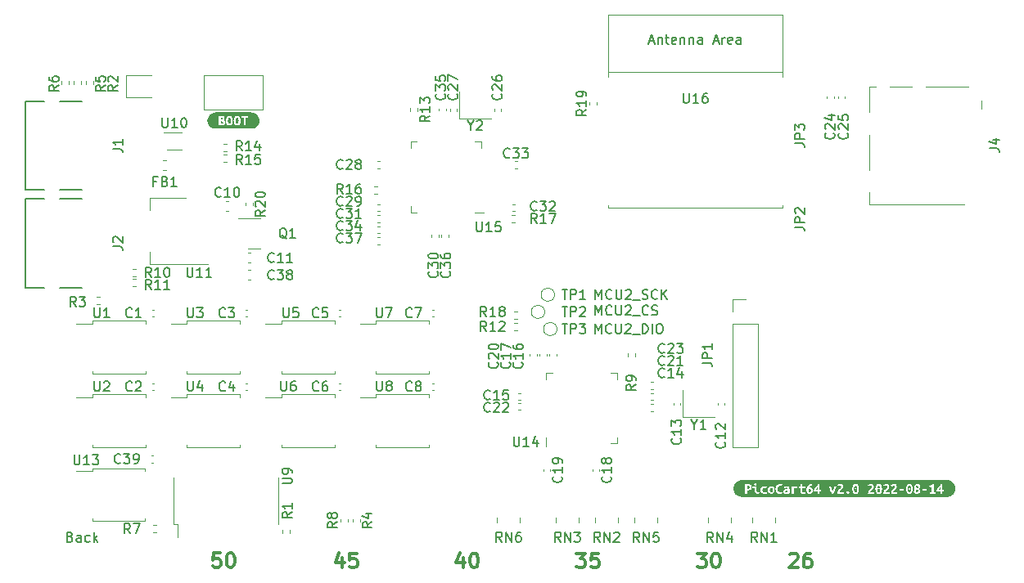
<source format=gto>
G04 #@! TF.GenerationSoftware,KiCad,Pcbnew,(6.0.7)*
G04 #@! TF.CreationDate,2022-08-14T23:11:46+02:00*
G04 #@! TF.ProjectId,picocart64_v2,7069636f-6361-4727-9436-345f76322e6b,rev?*
G04 #@! TF.SameCoordinates,Original*
G04 #@! TF.FileFunction,Legend,Top*
G04 #@! TF.FilePolarity,Positive*
%FSLAX46Y46*%
G04 Gerber Fmt 4.6, Leading zero omitted, Abs format (unit mm)*
G04 Created by KiCad (PCBNEW (6.0.7)) date 2022-08-14 23:11:46*
%MOMM*%
%LPD*%
G01*
G04 APERTURE LIST*
%ADD10C,0.150000*%
%ADD11C,0.300000*%
%ADD12C,0.127000*%
%ADD13C,0.120000*%
G04 APERTURE END LIST*
D10*
X158686736Y-87307380D02*
X158686736Y-86307380D01*
X159020069Y-87021666D01*
X159353402Y-86307380D01*
X159353402Y-87307380D01*
X160401021Y-87212142D02*
X160353402Y-87259761D01*
X160210545Y-87307380D01*
X160115307Y-87307380D01*
X159972450Y-87259761D01*
X159877212Y-87164523D01*
X159829593Y-87069285D01*
X159781974Y-86878809D01*
X159781974Y-86735952D01*
X159829593Y-86545476D01*
X159877212Y-86450238D01*
X159972450Y-86355000D01*
X160115307Y-86307380D01*
X160210545Y-86307380D01*
X160353402Y-86355000D01*
X160401021Y-86402619D01*
X160829593Y-86307380D02*
X160829593Y-87116904D01*
X160877212Y-87212142D01*
X160924831Y-87259761D01*
X161020069Y-87307380D01*
X161210545Y-87307380D01*
X161305783Y-87259761D01*
X161353402Y-87212142D01*
X161401021Y-87116904D01*
X161401021Y-86307380D01*
X161829593Y-86402619D02*
X161877212Y-86355000D01*
X161972450Y-86307380D01*
X162210545Y-86307380D01*
X162305783Y-86355000D01*
X162353402Y-86402619D01*
X162401021Y-86497857D01*
X162401021Y-86593095D01*
X162353402Y-86735952D01*
X161781974Y-87307380D01*
X162401021Y-87307380D01*
X162591498Y-87402619D02*
X163353402Y-87402619D01*
X163591498Y-87307380D02*
X163591498Y-86307380D01*
X163829593Y-86307380D01*
X163972450Y-86355000D01*
X164067688Y-86450238D01*
X164115307Y-86545476D01*
X164162926Y-86735952D01*
X164162926Y-86878809D01*
X164115307Y-87069285D01*
X164067688Y-87164523D01*
X163972450Y-87259761D01*
X163829593Y-87307380D01*
X163591498Y-87307380D01*
X164591498Y-87307380D02*
X164591498Y-86307380D01*
X165258164Y-86307380D02*
X165448641Y-86307380D01*
X165543879Y-86355000D01*
X165639117Y-86450238D01*
X165686736Y-86640714D01*
X165686736Y-86974047D01*
X165639117Y-87164523D01*
X165543879Y-87259761D01*
X165448641Y-87307380D01*
X165258164Y-87307380D01*
X165162926Y-87259761D01*
X165067688Y-87164523D01*
X165020069Y-86974047D01*
X165020069Y-86640714D01*
X165067688Y-86450238D01*
X165162926Y-86355000D01*
X165258164Y-86307380D01*
X158714318Y-85402380D02*
X158714318Y-84402380D01*
X159047651Y-85116666D01*
X159380984Y-84402380D01*
X159380984Y-85402380D01*
X160428603Y-85307142D02*
X160380984Y-85354761D01*
X160238127Y-85402380D01*
X160142889Y-85402380D01*
X160000032Y-85354761D01*
X159904794Y-85259523D01*
X159857175Y-85164285D01*
X159809556Y-84973809D01*
X159809556Y-84830952D01*
X159857175Y-84640476D01*
X159904794Y-84545238D01*
X160000032Y-84450000D01*
X160142889Y-84402380D01*
X160238127Y-84402380D01*
X160380984Y-84450000D01*
X160428603Y-84497619D01*
X160857175Y-84402380D02*
X160857175Y-85211904D01*
X160904794Y-85307142D01*
X160952413Y-85354761D01*
X161047651Y-85402380D01*
X161238127Y-85402380D01*
X161333365Y-85354761D01*
X161380984Y-85307142D01*
X161428603Y-85211904D01*
X161428603Y-84402380D01*
X161857175Y-84497619D02*
X161904794Y-84450000D01*
X162000032Y-84402380D01*
X162238127Y-84402380D01*
X162333365Y-84450000D01*
X162380984Y-84497619D01*
X162428603Y-84592857D01*
X162428603Y-84688095D01*
X162380984Y-84830952D01*
X161809556Y-85402380D01*
X162428603Y-85402380D01*
X162619080Y-85497619D02*
X163380984Y-85497619D01*
X164190508Y-85307142D02*
X164142889Y-85354761D01*
X164000032Y-85402380D01*
X163904794Y-85402380D01*
X163761937Y-85354761D01*
X163666699Y-85259523D01*
X163619080Y-85164285D01*
X163571461Y-84973809D01*
X163571461Y-84830952D01*
X163619080Y-84640476D01*
X163666699Y-84545238D01*
X163761937Y-84450000D01*
X163904794Y-84402380D01*
X164000032Y-84402380D01*
X164142889Y-84450000D01*
X164190508Y-84497619D01*
X164571461Y-85354761D02*
X164714318Y-85402380D01*
X164952413Y-85402380D01*
X165047651Y-85354761D01*
X165095270Y-85307142D01*
X165142889Y-85211904D01*
X165142889Y-85116666D01*
X165095270Y-85021428D01*
X165047651Y-84973809D01*
X164952413Y-84926190D01*
X164761937Y-84878571D01*
X164666699Y-84830952D01*
X164619080Y-84783333D01*
X164571461Y-84688095D01*
X164571461Y-84592857D01*
X164619080Y-84497619D01*
X164666699Y-84450000D01*
X164761937Y-84402380D01*
X165000032Y-84402380D01*
X165142889Y-84450000D01*
X158717595Y-83751380D02*
X158717595Y-82751380D01*
X159050928Y-83465666D01*
X159384261Y-82751380D01*
X159384261Y-83751380D01*
X160431880Y-83656142D02*
X160384261Y-83703761D01*
X160241404Y-83751380D01*
X160146166Y-83751380D01*
X160003309Y-83703761D01*
X159908071Y-83608523D01*
X159860452Y-83513285D01*
X159812833Y-83322809D01*
X159812833Y-83179952D01*
X159860452Y-82989476D01*
X159908071Y-82894238D01*
X160003309Y-82799000D01*
X160146166Y-82751380D01*
X160241404Y-82751380D01*
X160384261Y-82799000D01*
X160431880Y-82846619D01*
X160860452Y-82751380D02*
X160860452Y-83560904D01*
X160908071Y-83656142D01*
X160955690Y-83703761D01*
X161050928Y-83751380D01*
X161241404Y-83751380D01*
X161336642Y-83703761D01*
X161384261Y-83656142D01*
X161431880Y-83560904D01*
X161431880Y-82751380D01*
X161860452Y-82846619D02*
X161908071Y-82799000D01*
X162003309Y-82751380D01*
X162241404Y-82751380D01*
X162336642Y-82799000D01*
X162384261Y-82846619D01*
X162431880Y-82941857D01*
X162431880Y-83037095D01*
X162384261Y-83179952D01*
X161812833Y-83751380D01*
X162431880Y-83751380D01*
X162622357Y-83846619D02*
X163384261Y-83846619D01*
X163574738Y-83703761D02*
X163717595Y-83751380D01*
X163955690Y-83751380D01*
X164050928Y-83703761D01*
X164098547Y-83656142D01*
X164146166Y-83560904D01*
X164146166Y-83465666D01*
X164098547Y-83370428D01*
X164050928Y-83322809D01*
X163955690Y-83275190D01*
X163765214Y-83227571D01*
X163669976Y-83179952D01*
X163622357Y-83132333D01*
X163574738Y-83037095D01*
X163574738Y-82941857D01*
X163622357Y-82846619D01*
X163669976Y-82799000D01*
X163765214Y-82751380D01*
X164003309Y-82751380D01*
X164146166Y-82799000D01*
X165146166Y-83656142D02*
X165098547Y-83703761D01*
X164955690Y-83751380D01*
X164860452Y-83751380D01*
X164717595Y-83703761D01*
X164622357Y-83608523D01*
X164574738Y-83513285D01*
X164527119Y-83322809D01*
X164527119Y-83179952D01*
X164574738Y-82989476D01*
X164622357Y-82894238D01*
X164717595Y-82799000D01*
X164860452Y-82751380D01*
X164955690Y-82751380D01*
X165098547Y-82799000D01*
X165146166Y-82846619D01*
X165574738Y-83751380D02*
X165574738Y-82751380D01*
X166146166Y-83751380D02*
X165717595Y-83179952D01*
X166146166Y-82751380D02*
X165574738Y-83322809D01*
D11*
X132543428Y-110561971D02*
X132543428Y-111561971D01*
X132186285Y-109990542D02*
X131829142Y-111061971D01*
X132757714Y-111061971D01*
X134043428Y-110061971D02*
X133329142Y-110061971D01*
X133257714Y-110776257D01*
X133329142Y-110704828D01*
X133472000Y-110633400D01*
X133829142Y-110633400D01*
X133972000Y-110704828D01*
X134043428Y-110776257D01*
X134114857Y-110919114D01*
X134114857Y-111276257D01*
X134043428Y-111419114D01*
X133972000Y-111490542D01*
X133829142Y-111561971D01*
X133472000Y-111561971D01*
X133329142Y-111490542D01*
X133257714Y-111419114D01*
X145043428Y-110561971D02*
X145043428Y-111561971D01*
X144686285Y-109990542D02*
X144329142Y-111061971D01*
X145257714Y-111061971D01*
X146114857Y-110061971D02*
X146257714Y-110061971D01*
X146400571Y-110133400D01*
X146472000Y-110204828D01*
X146543428Y-110347685D01*
X146614857Y-110633400D01*
X146614857Y-110990542D01*
X146543428Y-111276257D01*
X146472000Y-111419114D01*
X146400571Y-111490542D01*
X146257714Y-111561971D01*
X146114857Y-111561971D01*
X145972000Y-111490542D01*
X145900571Y-111419114D01*
X145829142Y-111276257D01*
X145757714Y-110990542D01*
X145757714Y-110633400D01*
X145829142Y-110347685D01*
X145900571Y-110204828D01*
X145972000Y-110133400D01*
X146114857Y-110061971D01*
X156757714Y-110061971D02*
X157686285Y-110061971D01*
X157186285Y-110633400D01*
X157400571Y-110633400D01*
X157543428Y-110704828D01*
X157614857Y-110776257D01*
X157686285Y-110919114D01*
X157686285Y-111276257D01*
X157614857Y-111419114D01*
X157543428Y-111490542D01*
X157400571Y-111561971D01*
X156972000Y-111561971D01*
X156829142Y-111490542D01*
X156757714Y-111419114D01*
X159043428Y-110061971D02*
X158329142Y-110061971D01*
X158257714Y-110776257D01*
X158329142Y-110704828D01*
X158472000Y-110633400D01*
X158829142Y-110633400D01*
X158972000Y-110704828D01*
X159043428Y-110776257D01*
X159114857Y-110919114D01*
X159114857Y-111276257D01*
X159043428Y-111419114D01*
X158972000Y-111490542D01*
X158829142Y-111561971D01*
X158472000Y-111561971D01*
X158329142Y-111490542D01*
X158257714Y-111419114D01*
X169257714Y-110061971D02*
X170186285Y-110061971D01*
X169686285Y-110633400D01*
X169900571Y-110633400D01*
X170043428Y-110704828D01*
X170114857Y-110776257D01*
X170186285Y-110919114D01*
X170186285Y-111276257D01*
X170114857Y-111419114D01*
X170043428Y-111490542D01*
X169900571Y-111561971D01*
X169472000Y-111561971D01*
X169329142Y-111490542D01*
X169257714Y-111419114D01*
X171114857Y-110061971D02*
X171257714Y-110061971D01*
X171400571Y-110133400D01*
X171472000Y-110204828D01*
X171543428Y-110347685D01*
X171614857Y-110633400D01*
X171614857Y-110990542D01*
X171543428Y-111276257D01*
X171472000Y-111419114D01*
X171400571Y-111490542D01*
X171257714Y-111561971D01*
X171114857Y-111561971D01*
X170972000Y-111490542D01*
X170900571Y-111419114D01*
X170829142Y-111276257D01*
X170757714Y-110990542D01*
X170757714Y-110633400D01*
X170829142Y-110347685D01*
X170900571Y-110204828D01*
X170972000Y-110133400D01*
X171114857Y-110061971D01*
X178829142Y-110204828D02*
X178900571Y-110133400D01*
X179043428Y-110061971D01*
X179400571Y-110061971D01*
X179543428Y-110133400D01*
X179614857Y-110204828D01*
X179686285Y-110347685D01*
X179686285Y-110490542D01*
X179614857Y-110704828D01*
X178757714Y-111561971D01*
X179686285Y-111561971D01*
X180972000Y-110061971D02*
X180686285Y-110061971D01*
X180543428Y-110133400D01*
X180472000Y-110204828D01*
X180329142Y-110419114D01*
X180257714Y-110704828D01*
X180257714Y-111276257D01*
X180329142Y-111419114D01*
X180400571Y-111490542D01*
X180543428Y-111561971D01*
X180829142Y-111561971D01*
X180972000Y-111490542D01*
X181043428Y-111419114D01*
X181114857Y-111276257D01*
X181114857Y-110919114D01*
X181043428Y-110776257D01*
X180972000Y-110704828D01*
X180829142Y-110633400D01*
X180543428Y-110633400D01*
X180400571Y-110704828D01*
X180329142Y-110776257D01*
X180257714Y-110919114D01*
X119924857Y-110053886D02*
X119210571Y-110053886D01*
X119139142Y-110768172D01*
X119210571Y-110696743D01*
X119353428Y-110625315D01*
X119710571Y-110625315D01*
X119853428Y-110696743D01*
X119924857Y-110768172D01*
X119996285Y-110911029D01*
X119996285Y-111268172D01*
X119924857Y-111411029D01*
X119853428Y-111482457D01*
X119710571Y-111553886D01*
X119353428Y-111553886D01*
X119210571Y-111482457D01*
X119139142Y-111411029D01*
X120924857Y-110053886D02*
X121067714Y-110053886D01*
X121210571Y-110125315D01*
X121282000Y-110196743D01*
X121353428Y-110339600D01*
X121424857Y-110625315D01*
X121424857Y-110982457D01*
X121353428Y-111268172D01*
X121282000Y-111411029D01*
X121210571Y-111482457D01*
X121067714Y-111553886D01*
X120924857Y-111553886D01*
X120782000Y-111482457D01*
X120710571Y-111411029D01*
X120639142Y-111268172D01*
X120567714Y-110982457D01*
X120567714Y-110625315D01*
X120639142Y-110339600D01*
X120710571Y-110196743D01*
X120782000Y-110125315D01*
X120924857Y-110053886D01*
D10*
X108812380Y-68187933D02*
X109526666Y-68187933D01*
X109669523Y-68235552D01*
X109764761Y-68330790D01*
X109812380Y-68473647D01*
X109812380Y-68568885D01*
X109812380Y-67187933D02*
X109812380Y-67759361D01*
X109812380Y-67473647D02*
X108812380Y-67473647D01*
X108955238Y-67568885D01*
X109050476Y-67664123D01*
X109098095Y-67759361D01*
X108812380Y-78284133D02*
X109526666Y-78284133D01*
X109669523Y-78331752D01*
X109764761Y-78426990D01*
X109812380Y-78569847D01*
X109812380Y-78665085D01*
X108907619Y-77855561D02*
X108860000Y-77807942D01*
X108812380Y-77712704D01*
X108812380Y-77474609D01*
X108860000Y-77379371D01*
X108907619Y-77331752D01*
X109002857Y-77284133D01*
X109098095Y-77284133D01*
X109240952Y-77331752D01*
X109812380Y-77903180D01*
X109812380Y-77284133D01*
X143626142Y-80893857D02*
X143673761Y-80941476D01*
X143721380Y-81084333D01*
X143721380Y-81179571D01*
X143673761Y-81322428D01*
X143578523Y-81417666D01*
X143483285Y-81465285D01*
X143292809Y-81512904D01*
X143149952Y-81512904D01*
X142959476Y-81465285D01*
X142864238Y-81417666D01*
X142769000Y-81322428D01*
X142721380Y-81179571D01*
X142721380Y-81084333D01*
X142769000Y-80941476D01*
X142816619Y-80893857D01*
X142721380Y-80560523D02*
X142721380Y-79941476D01*
X143102333Y-80274809D01*
X143102333Y-80131952D01*
X143149952Y-80036714D01*
X143197571Y-79989095D01*
X143292809Y-79941476D01*
X143530904Y-79941476D01*
X143626142Y-79989095D01*
X143673761Y-80036714D01*
X143721380Y-80131952D01*
X143721380Y-80417666D01*
X143673761Y-80512904D01*
X143626142Y-80560523D01*
X142721380Y-79084333D02*
X142721380Y-79274809D01*
X142769000Y-79370047D01*
X142816619Y-79417666D01*
X142959476Y-79512904D01*
X143149952Y-79560523D01*
X143530904Y-79560523D01*
X143626142Y-79512904D01*
X143673761Y-79465285D01*
X143721380Y-79370047D01*
X143721380Y-79179571D01*
X143673761Y-79084333D01*
X143626142Y-79036714D01*
X143530904Y-78989095D01*
X143292809Y-78989095D01*
X143197571Y-79036714D01*
X143149952Y-79084333D01*
X143102333Y-79179571D01*
X143102333Y-79370047D01*
X143149952Y-79465285D01*
X143197571Y-79512904D01*
X143292809Y-79560523D01*
X162898380Y-92609666D02*
X162422190Y-92943000D01*
X162898380Y-93181095D02*
X161898380Y-93181095D01*
X161898380Y-92800142D01*
X161946000Y-92704904D01*
X161993619Y-92657285D01*
X162088857Y-92609666D01*
X162231714Y-92609666D01*
X162326952Y-92657285D01*
X162374571Y-92704904D01*
X162422190Y-92800142D01*
X162422190Y-93181095D01*
X162898380Y-92133476D02*
X162898380Y-91943000D01*
X162850761Y-91847761D01*
X162803142Y-91800142D01*
X162660285Y-91704904D01*
X162469809Y-91657285D01*
X162088857Y-91657285D01*
X161993619Y-91704904D01*
X161946000Y-91752523D01*
X161898380Y-91847761D01*
X161898380Y-92038238D01*
X161946000Y-92133476D01*
X161993619Y-92181095D01*
X162088857Y-92228714D01*
X162326952Y-92228714D01*
X162422190Y-92181095D01*
X162469809Y-92133476D01*
X162517428Y-92038238D01*
X162517428Y-91847761D01*
X162469809Y-91752523D01*
X162422190Y-91704904D01*
X162326952Y-91657285D01*
X139743333Y-85561142D02*
X139695714Y-85608761D01*
X139552857Y-85656380D01*
X139457619Y-85656380D01*
X139314761Y-85608761D01*
X139219523Y-85513523D01*
X139171904Y-85418285D01*
X139124285Y-85227809D01*
X139124285Y-85084952D01*
X139171904Y-84894476D01*
X139219523Y-84799238D01*
X139314761Y-84704000D01*
X139457619Y-84656380D01*
X139552857Y-84656380D01*
X139695714Y-84704000D01*
X139743333Y-84751619D01*
X140076666Y-84656380D02*
X140743333Y-84656380D01*
X140314761Y-85656380D01*
X120439333Y-85561142D02*
X120391714Y-85608761D01*
X120248857Y-85656380D01*
X120153619Y-85656380D01*
X120010761Y-85608761D01*
X119915523Y-85513523D01*
X119867904Y-85418285D01*
X119820285Y-85227809D01*
X119820285Y-85084952D01*
X119867904Y-84894476D01*
X119915523Y-84799238D01*
X120010761Y-84704000D01*
X120153619Y-84656380D01*
X120248857Y-84656380D01*
X120391714Y-84704000D01*
X120439333Y-84751619D01*
X120772666Y-84656380D02*
X121391714Y-84656380D01*
X121058380Y-85037333D01*
X121201238Y-85037333D01*
X121296476Y-85084952D01*
X121344095Y-85132571D01*
X121391714Y-85227809D01*
X121391714Y-85465904D01*
X121344095Y-85561142D01*
X121296476Y-85608761D01*
X121201238Y-85656380D01*
X120915523Y-85656380D01*
X120820285Y-85608761D01*
X120772666Y-85561142D01*
X155272738Y-82751380D02*
X155844166Y-82751380D01*
X155558452Y-83751380D02*
X155558452Y-82751380D01*
X156177500Y-83751380D02*
X156177500Y-82751380D01*
X156558452Y-82751380D01*
X156653690Y-82799000D01*
X156701309Y-82846619D01*
X156748928Y-82941857D01*
X156748928Y-83084714D01*
X156701309Y-83179952D01*
X156653690Y-83227571D01*
X156558452Y-83275190D01*
X156177500Y-83275190D01*
X157701309Y-83751380D02*
X157129880Y-83751380D01*
X157415595Y-83751380D02*
X157415595Y-82751380D01*
X157320357Y-82894238D01*
X157225119Y-82989476D01*
X157129880Y-83037095D01*
X116542095Y-92242380D02*
X116542095Y-93051904D01*
X116589714Y-93147142D01*
X116637333Y-93194761D01*
X116732571Y-93242380D01*
X116923047Y-93242380D01*
X117018285Y-93194761D01*
X117065904Y-93147142D01*
X117113523Y-93051904D01*
X117113523Y-92242380D01*
X118018285Y-92575714D02*
X118018285Y-93242380D01*
X117780190Y-92194761D02*
X117542095Y-92909047D01*
X118161142Y-92909047D01*
X120439333Y-93181142D02*
X120391714Y-93228761D01*
X120248857Y-93276380D01*
X120153619Y-93276380D01*
X120010761Y-93228761D01*
X119915523Y-93133523D01*
X119867904Y-93038285D01*
X119820285Y-92847809D01*
X119820285Y-92704952D01*
X119867904Y-92514476D01*
X119915523Y-92419238D01*
X120010761Y-92324000D01*
X120153619Y-92276380D01*
X120248857Y-92276380D01*
X120391714Y-92324000D01*
X120439333Y-92371619D01*
X121296476Y-92609714D02*
X121296476Y-93276380D01*
X121058380Y-92228761D02*
X120820285Y-92943047D01*
X121439333Y-92943047D01*
X132593142Y-75274142D02*
X132545523Y-75321761D01*
X132402666Y-75369380D01*
X132307428Y-75369380D01*
X132164571Y-75321761D01*
X132069333Y-75226523D01*
X132021714Y-75131285D01*
X131974095Y-74940809D01*
X131974095Y-74797952D01*
X132021714Y-74607476D01*
X132069333Y-74512238D01*
X132164571Y-74417000D01*
X132307428Y-74369380D01*
X132402666Y-74369380D01*
X132545523Y-74417000D01*
X132593142Y-74464619D01*
X132926476Y-74369380D02*
X133545523Y-74369380D01*
X133212190Y-74750333D01*
X133355047Y-74750333D01*
X133450285Y-74797952D01*
X133497904Y-74845571D01*
X133545523Y-74940809D01*
X133545523Y-75178904D01*
X133497904Y-75274142D01*
X133450285Y-75321761D01*
X133355047Y-75369380D01*
X133069333Y-75369380D01*
X132974095Y-75321761D01*
X132926476Y-75274142D01*
X134497904Y-75369380D02*
X133926476Y-75369380D01*
X134212190Y-75369380D02*
X134212190Y-74369380D01*
X134116952Y-74512238D01*
X134021714Y-74607476D01*
X133926476Y-74655095D01*
X108034380Y-61621666D02*
X107558190Y-61955000D01*
X108034380Y-62193095D02*
X107034380Y-62193095D01*
X107034380Y-61812142D01*
X107082000Y-61716904D01*
X107129619Y-61669285D01*
X107224857Y-61621666D01*
X107367714Y-61621666D01*
X107462952Y-61669285D01*
X107510571Y-61716904D01*
X107558190Y-61812142D01*
X107558190Y-62193095D01*
X107034380Y-60716904D02*
X107034380Y-61193095D01*
X107510571Y-61240714D01*
X107462952Y-61193095D01*
X107415333Y-61097857D01*
X107415333Y-60859761D01*
X107462952Y-60764523D01*
X107510571Y-60716904D01*
X107605809Y-60669285D01*
X107843904Y-60669285D01*
X107939142Y-60716904D01*
X107986761Y-60764523D01*
X108034380Y-60859761D01*
X108034380Y-61097857D01*
X107986761Y-61193095D01*
X107939142Y-61240714D01*
X147833142Y-94070142D02*
X147785523Y-94117761D01*
X147642666Y-94165380D01*
X147547428Y-94165380D01*
X147404571Y-94117761D01*
X147309333Y-94022523D01*
X147261714Y-93927285D01*
X147214095Y-93736809D01*
X147214095Y-93593952D01*
X147261714Y-93403476D01*
X147309333Y-93308238D01*
X147404571Y-93213000D01*
X147547428Y-93165380D01*
X147642666Y-93165380D01*
X147785523Y-93213000D01*
X147833142Y-93260619D01*
X148785523Y-94165380D02*
X148214095Y-94165380D01*
X148499809Y-94165380D02*
X148499809Y-93165380D01*
X148404571Y-93308238D01*
X148309333Y-93403476D01*
X148214095Y-93451095D01*
X149690285Y-93165380D02*
X149214095Y-93165380D01*
X149166476Y-93641571D01*
X149214095Y-93593952D01*
X149309333Y-93546333D01*
X149547428Y-93546333D01*
X149642666Y-93593952D01*
X149690285Y-93641571D01*
X149737904Y-93736809D01*
X149737904Y-93974904D01*
X149690285Y-94070142D01*
X149642666Y-94117761D01*
X149547428Y-94165380D01*
X149309333Y-94165380D01*
X149214095Y-94117761D01*
X149166476Y-94070142D01*
X144388142Y-62478857D02*
X144435761Y-62526476D01*
X144483380Y-62669333D01*
X144483380Y-62764571D01*
X144435761Y-62907428D01*
X144340523Y-63002666D01*
X144245285Y-63050285D01*
X144054809Y-63097904D01*
X143911952Y-63097904D01*
X143721476Y-63050285D01*
X143626238Y-63002666D01*
X143531000Y-62907428D01*
X143483380Y-62764571D01*
X143483380Y-62669333D01*
X143531000Y-62526476D01*
X143578619Y-62478857D01*
X143578619Y-62097904D02*
X143531000Y-62050285D01*
X143483380Y-61955047D01*
X143483380Y-61716952D01*
X143531000Y-61621714D01*
X143578619Y-61574095D01*
X143673857Y-61526476D01*
X143769095Y-61526476D01*
X143911952Y-61574095D01*
X144483380Y-62145523D01*
X144483380Y-61526476D01*
X143483380Y-61193142D02*
X143483380Y-60526476D01*
X144483380Y-60955047D01*
X157791380Y-64129857D02*
X157315190Y-64463190D01*
X157791380Y-64701285D02*
X156791380Y-64701285D01*
X156791380Y-64320333D01*
X156839000Y-64225095D01*
X156886619Y-64177476D01*
X156981857Y-64129857D01*
X157124714Y-64129857D01*
X157219952Y-64177476D01*
X157267571Y-64225095D01*
X157315190Y-64320333D01*
X157315190Y-64701285D01*
X157791380Y-63177476D02*
X157791380Y-63748904D01*
X157791380Y-63463190D02*
X156791380Y-63463190D01*
X156934238Y-63558428D01*
X157029476Y-63653666D01*
X157077095Y-63748904D01*
X157791380Y-62701285D02*
X157791380Y-62510809D01*
X157743761Y-62415571D01*
X157696142Y-62367952D01*
X157553285Y-62272714D01*
X157362809Y-62225095D01*
X156981857Y-62225095D01*
X156886619Y-62272714D01*
X156839000Y-62320333D01*
X156791380Y-62415571D01*
X156791380Y-62606047D01*
X156839000Y-62701285D01*
X156886619Y-62748904D01*
X156981857Y-62796523D01*
X157219952Y-62796523D01*
X157315190Y-62748904D01*
X157362809Y-62701285D01*
X157410428Y-62606047D01*
X157410428Y-62415571D01*
X157362809Y-62320333D01*
X157315190Y-62272714D01*
X157219952Y-62225095D01*
X106890095Y-92276380D02*
X106890095Y-93085904D01*
X106937714Y-93181142D01*
X106985333Y-93228761D01*
X107080571Y-93276380D01*
X107271047Y-93276380D01*
X107366285Y-93228761D01*
X107413904Y-93181142D01*
X107461523Y-93085904D01*
X107461523Y-92276380D01*
X107890095Y-92371619D02*
X107937714Y-92324000D01*
X108032952Y-92276380D01*
X108271047Y-92276380D01*
X108366285Y-92324000D01*
X108413904Y-92371619D01*
X108461523Y-92466857D01*
X108461523Y-92562095D01*
X108413904Y-92704952D01*
X107842476Y-93276380D01*
X108461523Y-93276380D01*
X155272738Y-84529380D02*
X155844166Y-84529380D01*
X155558452Y-85529380D02*
X155558452Y-84529380D01*
X156177500Y-85529380D02*
X156177500Y-84529380D01*
X156558452Y-84529380D01*
X156653690Y-84577000D01*
X156701309Y-84624619D01*
X156748928Y-84719857D01*
X156748928Y-84862714D01*
X156701309Y-84957952D01*
X156653690Y-85005571D01*
X156558452Y-85053190D01*
X156177500Y-85053190D01*
X157129880Y-84624619D02*
X157177500Y-84577000D01*
X157272738Y-84529380D01*
X157510833Y-84529380D01*
X157606071Y-84577000D01*
X157653690Y-84624619D01*
X157701309Y-84719857D01*
X157701309Y-84815095D01*
X157653690Y-84957952D01*
X157082261Y-85529380D01*
X157701309Y-85529380D01*
X160280142Y-102102857D02*
X160327761Y-102150476D01*
X160375380Y-102293333D01*
X160375380Y-102388571D01*
X160327761Y-102531428D01*
X160232523Y-102626666D01*
X160137285Y-102674285D01*
X159946809Y-102721904D01*
X159803952Y-102721904D01*
X159613476Y-102674285D01*
X159518238Y-102626666D01*
X159423000Y-102531428D01*
X159375380Y-102388571D01*
X159375380Y-102293333D01*
X159423000Y-102150476D01*
X159470619Y-102102857D01*
X160375380Y-101150476D02*
X160375380Y-101721904D01*
X160375380Y-101436190D02*
X159375380Y-101436190D01*
X159518238Y-101531428D01*
X159613476Y-101626666D01*
X159661095Y-101721904D01*
X159803952Y-100579047D02*
X159756333Y-100674285D01*
X159708714Y-100721904D01*
X159613476Y-100769523D01*
X159565857Y-100769523D01*
X159470619Y-100721904D01*
X159423000Y-100674285D01*
X159375380Y-100579047D01*
X159375380Y-100388571D01*
X159423000Y-100293333D01*
X159470619Y-100245714D01*
X159565857Y-100198095D01*
X159613476Y-100198095D01*
X159708714Y-100245714D01*
X159756333Y-100293333D01*
X159803952Y-100388571D01*
X159803952Y-100579047D01*
X159851571Y-100674285D01*
X159899190Y-100721904D01*
X159994428Y-100769523D01*
X160184904Y-100769523D01*
X160280142Y-100721904D01*
X160327761Y-100674285D01*
X160375380Y-100579047D01*
X160375380Y-100388571D01*
X160327761Y-100293333D01*
X160280142Y-100245714D01*
X160184904Y-100198095D01*
X159994428Y-100198095D01*
X159899190Y-100245714D01*
X159851571Y-100293333D01*
X159803952Y-100388571D01*
X139743333Y-93181142D02*
X139695714Y-93228761D01*
X139552857Y-93276380D01*
X139457619Y-93276380D01*
X139314761Y-93228761D01*
X139219523Y-93133523D01*
X139171904Y-93038285D01*
X139124285Y-92847809D01*
X139124285Y-92704952D01*
X139171904Y-92514476D01*
X139219523Y-92419238D01*
X139314761Y-92324000D01*
X139457619Y-92276380D01*
X139552857Y-92276380D01*
X139695714Y-92324000D01*
X139743333Y-92371619D01*
X140314761Y-92704952D02*
X140219523Y-92657333D01*
X140171904Y-92609714D01*
X140124285Y-92514476D01*
X140124285Y-92466857D01*
X140171904Y-92371619D01*
X140219523Y-92324000D01*
X140314761Y-92276380D01*
X140505238Y-92276380D01*
X140600476Y-92324000D01*
X140648095Y-92371619D01*
X140695714Y-92466857D01*
X140695714Y-92514476D01*
X140648095Y-92609714D01*
X140600476Y-92657333D01*
X140505238Y-92704952D01*
X140314761Y-92704952D01*
X140219523Y-92752571D01*
X140171904Y-92800190D01*
X140124285Y-92895428D01*
X140124285Y-93085904D01*
X140171904Y-93181142D01*
X140219523Y-93228761D01*
X140314761Y-93276380D01*
X140505238Y-93276380D01*
X140600476Y-93228761D01*
X140648095Y-93181142D01*
X140695714Y-93085904D01*
X140695714Y-92895428D01*
X140648095Y-92800190D01*
X140600476Y-92752571D01*
X140505238Y-92704952D01*
X136100095Y-84656380D02*
X136100095Y-85465904D01*
X136147714Y-85561142D01*
X136195333Y-85608761D01*
X136290571Y-85656380D01*
X136481047Y-85656380D01*
X136576285Y-85608761D01*
X136623904Y-85561142D01*
X136671523Y-85465904D01*
X136671523Y-84656380D01*
X137052476Y-84656380D02*
X137719142Y-84656380D01*
X137290571Y-85656380D01*
X119994742Y-73082142D02*
X119947123Y-73129761D01*
X119804266Y-73177380D01*
X119709028Y-73177380D01*
X119566171Y-73129761D01*
X119470933Y-73034523D01*
X119423314Y-72939285D01*
X119375695Y-72748809D01*
X119375695Y-72605952D01*
X119423314Y-72415476D01*
X119470933Y-72320238D01*
X119566171Y-72225000D01*
X119709028Y-72177380D01*
X119804266Y-72177380D01*
X119947123Y-72225000D01*
X119994742Y-72272619D01*
X120947123Y-73177380D02*
X120375695Y-73177380D01*
X120661409Y-73177380D02*
X120661409Y-72177380D01*
X120566171Y-72320238D01*
X120470933Y-72415476D01*
X120375695Y-72463095D01*
X121566171Y-72177380D02*
X121661409Y-72177380D01*
X121756647Y-72225000D01*
X121804266Y-72272619D01*
X121851885Y-72367857D01*
X121899504Y-72558333D01*
X121899504Y-72796428D01*
X121851885Y-72986904D01*
X121804266Y-73082142D01*
X121756647Y-73129761D01*
X121661409Y-73177380D01*
X121566171Y-73177380D01*
X121470933Y-73129761D01*
X121423314Y-73082142D01*
X121375695Y-72986904D01*
X121328076Y-72796428D01*
X121328076Y-72558333D01*
X121375695Y-72367857D01*
X121423314Y-72272619D01*
X121470933Y-72225000D01*
X121566171Y-72177380D01*
X167502142Y-98165857D02*
X167549761Y-98213476D01*
X167597380Y-98356333D01*
X167597380Y-98451571D01*
X167549761Y-98594428D01*
X167454523Y-98689666D01*
X167359285Y-98737285D01*
X167168809Y-98784904D01*
X167025952Y-98784904D01*
X166835476Y-98737285D01*
X166740238Y-98689666D01*
X166645000Y-98594428D01*
X166597380Y-98451571D01*
X166597380Y-98356333D01*
X166645000Y-98213476D01*
X166692619Y-98165857D01*
X167597380Y-97213476D02*
X167597380Y-97784904D01*
X167597380Y-97499190D02*
X166597380Y-97499190D01*
X166740238Y-97594428D01*
X166835476Y-97689666D01*
X166883095Y-97784904D01*
X166597380Y-96880142D02*
X166597380Y-96261095D01*
X166978333Y-96594428D01*
X166978333Y-96451571D01*
X167025952Y-96356333D01*
X167073571Y-96308714D01*
X167168809Y-96261095D01*
X167406904Y-96261095D01*
X167502142Y-96308714D01*
X167549761Y-96356333D01*
X167597380Y-96451571D01*
X167597380Y-96737285D01*
X167549761Y-96832523D01*
X167502142Y-96880142D01*
X146418904Y-75749380D02*
X146418904Y-76558904D01*
X146466523Y-76654142D01*
X146514142Y-76701761D01*
X146609380Y-76749380D01*
X146799857Y-76749380D01*
X146895095Y-76701761D01*
X146942714Y-76654142D01*
X146990333Y-76558904D01*
X146990333Y-75749380D01*
X147990333Y-76749380D02*
X147418904Y-76749380D01*
X147704619Y-76749380D02*
X147704619Y-75749380D01*
X147609380Y-75892238D01*
X147514142Y-75987476D01*
X147418904Y-76035095D01*
X148895095Y-75749380D02*
X148418904Y-75749380D01*
X148371285Y-76225571D01*
X148418904Y-76177952D01*
X148514142Y-76130333D01*
X148752238Y-76130333D01*
X148847476Y-76177952D01*
X148895095Y-76225571D01*
X148942714Y-76320809D01*
X148942714Y-76558904D01*
X148895095Y-76654142D01*
X148847476Y-76701761D01*
X148752238Y-76749380D01*
X148514142Y-76749380D01*
X148418904Y-76701761D01*
X148371285Y-76654142D01*
X179373580Y-76309133D02*
X180087866Y-76309133D01*
X180230723Y-76356752D01*
X180325961Y-76451990D01*
X180373580Y-76594847D01*
X180373580Y-76690085D01*
X180373580Y-75832942D02*
X179373580Y-75832942D01*
X179373580Y-75451990D01*
X179421200Y-75356752D01*
X179468819Y-75309133D01*
X179564057Y-75261514D01*
X179706914Y-75261514D01*
X179802152Y-75309133D01*
X179849771Y-75356752D01*
X179897390Y-75451990D01*
X179897390Y-75832942D01*
X179468819Y-74880561D02*
X179421200Y-74832942D01*
X179373580Y-74737704D01*
X179373580Y-74499609D01*
X179421200Y-74404371D01*
X179468819Y-74356752D01*
X179564057Y-74309133D01*
X179659295Y-74309133D01*
X179802152Y-74356752D01*
X180373580Y-74928180D01*
X180373580Y-74309133D01*
X143118142Y-62478857D02*
X143165761Y-62526476D01*
X143213380Y-62669333D01*
X143213380Y-62764571D01*
X143165761Y-62907428D01*
X143070523Y-63002666D01*
X142975285Y-63050285D01*
X142784809Y-63097904D01*
X142641952Y-63097904D01*
X142451476Y-63050285D01*
X142356238Y-63002666D01*
X142261000Y-62907428D01*
X142213380Y-62764571D01*
X142213380Y-62669333D01*
X142261000Y-62526476D01*
X142308619Y-62478857D01*
X142213380Y-62145523D02*
X142213380Y-61526476D01*
X142594333Y-61859809D01*
X142594333Y-61716952D01*
X142641952Y-61621714D01*
X142689571Y-61574095D01*
X142784809Y-61526476D01*
X143022904Y-61526476D01*
X143118142Y-61574095D01*
X143165761Y-61621714D01*
X143213380Y-61716952D01*
X143213380Y-62002666D01*
X143165761Y-62097904D01*
X143118142Y-62145523D01*
X142213380Y-60621714D02*
X142213380Y-61097904D01*
X142689571Y-61145523D01*
X142641952Y-61097904D01*
X142594333Y-61002666D01*
X142594333Y-60764571D01*
X142641952Y-60669333D01*
X142689571Y-60621714D01*
X142784809Y-60574095D01*
X143022904Y-60574095D01*
X143118142Y-60621714D01*
X143165761Y-60669333D01*
X143213380Y-60764571D01*
X143213380Y-61002666D01*
X143165761Y-61097904D01*
X143118142Y-61145523D01*
X175475523Y-108889380D02*
X175142190Y-108413190D01*
X174904095Y-108889380D02*
X174904095Y-107889380D01*
X175285047Y-107889380D01*
X175380285Y-107937000D01*
X175427904Y-107984619D01*
X175475523Y-108079857D01*
X175475523Y-108222714D01*
X175427904Y-108317952D01*
X175380285Y-108365571D01*
X175285047Y-108413190D01*
X174904095Y-108413190D01*
X175904095Y-108889380D02*
X175904095Y-107889380D01*
X176475523Y-108889380D01*
X176475523Y-107889380D01*
X177475523Y-108889380D02*
X176904095Y-108889380D01*
X177189809Y-108889380D02*
X177189809Y-107889380D01*
X177094571Y-108032238D01*
X176999333Y-108127476D01*
X176904095Y-108175095D01*
X150285904Y-97991380D02*
X150285904Y-98800904D01*
X150333523Y-98896142D01*
X150381142Y-98943761D01*
X150476380Y-98991380D01*
X150666857Y-98991380D01*
X150762095Y-98943761D01*
X150809714Y-98896142D01*
X150857333Y-98800904D01*
X150857333Y-97991380D01*
X151857333Y-98991380D02*
X151285904Y-98991380D01*
X151571619Y-98991380D02*
X151571619Y-97991380D01*
X151476380Y-98134238D01*
X151381142Y-98229476D01*
X151285904Y-98277095D01*
X152714476Y-98324714D02*
X152714476Y-98991380D01*
X152476380Y-97943761D02*
X152238285Y-98658047D01*
X152857333Y-98658047D01*
X145840809Y-65749190D02*
X145840809Y-66225380D01*
X145507476Y-65225380D02*
X145840809Y-65749190D01*
X146174142Y-65225380D01*
X146459857Y-65320619D02*
X146507476Y-65273000D01*
X146602714Y-65225380D01*
X146840809Y-65225380D01*
X146936047Y-65273000D01*
X146983666Y-65320619D01*
X147031285Y-65415857D01*
X147031285Y-65511095D01*
X146983666Y-65653952D01*
X146412238Y-66225380D01*
X147031285Y-66225380D01*
X113352666Y-71543571D02*
X113019333Y-71543571D01*
X113019333Y-72067380D02*
X113019333Y-71067380D01*
X113495523Y-71067380D01*
X114209809Y-71543571D02*
X114352666Y-71591190D01*
X114400285Y-71638809D01*
X114447904Y-71734047D01*
X114447904Y-71876904D01*
X114400285Y-71972142D01*
X114352666Y-72019761D01*
X114257428Y-72067380D01*
X113876476Y-72067380D01*
X113876476Y-71067380D01*
X114209809Y-71067380D01*
X114305047Y-71115000D01*
X114352666Y-71162619D01*
X114400285Y-71257857D01*
X114400285Y-71353095D01*
X114352666Y-71448333D01*
X114305047Y-71495952D01*
X114209809Y-71543571D01*
X113876476Y-71543571D01*
X115400285Y-72067380D02*
X114828857Y-72067380D01*
X115114571Y-72067380D02*
X115114571Y-71067380D01*
X115019333Y-71210238D01*
X114924095Y-71305476D01*
X114828857Y-71353095D01*
X163279523Y-108897380D02*
X162946190Y-108421190D01*
X162708095Y-108897380D02*
X162708095Y-107897380D01*
X163089047Y-107897380D01*
X163184285Y-107945000D01*
X163231904Y-107992619D01*
X163279523Y-108087857D01*
X163279523Y-108230714D01*
X163231904Y-108325952D01*
X163184285Y-108373571D01*
X163089047Y-108421190D01*
X162708095Y-108421190D01*
X163708095Y-108897380D02*
X163708095Y-107897380D01*
X164279523Y-108897380D01*
X164279523Y-107897380D01*
X165231904Y-107897380D02*
X164755714Y-107897380D01*
X164708095Y-108373571D01*
X164755714Y-108325952D01*
X164850952Y-108278333D01*
X165089047Y-108278333D01*
X165184285Y-108325952D01*
X165231904Y-108373571D01*
X165279523Y-108468809D01*
X165279523Y-108706904D01*
X165231904Y-108802142D01*
X165184285Y-108849761D01*
X165089047Y-108897380D01*
X164850952Y-108897380D01*
X164755714Y-108849761D01*
X164708095Y-108802142D01*
X132593142Y-77814142D02*
X132545523Y-77861761D01*
X132402666Y-77909380D01*
X132307428Y-77909380D01*
X132164571Y-77861761D01*
X132069333Y-77766523D01*
X132021714Y-77671285D01*
X131974095Y-77480809D01*
X131974095Y-77337952D01*
X132021714Y-77147476D01*
X132069333Y-77052238D01*
X132164571Y-76957000D01*
X132307428Y-76909380D01*
X132402666Y-76909380D01*
X132545523Y-76957000D01*
X132593142Y-77004619D01*
X132926476Y-76909380D02*
X133545523Y-76909380D01*
X133212190Y-77290333D01*
X133355047Y-77290333D01*
X133450285Y-77337952D01*
X133497904Y-77385571D01*
X133545523Y-77480809D01*
X133545523Y-77718904D01*
X133497904Y-77814142D01*
X133450285Y-77861761D01*
X133355047Y-77909380D01*
X133069333Y-77909380D01*
X132974095Y-77861761D01*
X132926476Y-77814142D01*
X133878857Y-76909380D02*
X134545523Y-76909380D01*
X134116952Y-77909380D01*
X168968809Y-96737190D02*
X168968809Y-97213380D01*
X168635476Y-96213380D02*
X168968809Y-96737190D01*
X169302142Y-96213380D01*
X170159285Y-97213380D02*
X169587857Y-97213380D01*
X169873571Y-97213380D02*
X169873571Y-96213380D01*
X169778333Y-96356238D01*
X169683095Y-96451476D01*
X169587857Y-96499095D01*
X126194095Y-92242380D02*
X126194095Y-93051904D01*
X126241714Y-93147142D01*
X126289333Y-93194761D01*
X126384571Y-93242380D01*
X126575047Y-93242380D01*
X126670285Y-93194761D01*
X126717904Y-93147142D01*
X126765523Y-93051904D01*
X126765523Y-92242380D01*
X127670285Y-92242380D02*
X127479809Y-92242380D01*
X127384571Y-92290000D01*
X127336952Y-92337619D01*
X127241714Y-92480476D01*
X127194095Y-92670952D01*
X127194095Y-93051904D01*
X127241714Y-93147142D01*
X127289333Y-93194761D01*
X127384571Y-93242380D01*
X127575047Y-93242380D01*
X127670285Y-93194761D01*
X127717904Y-93147142D01*
X127765523Y-93051904D01*
X127765523Y-92813809D01*
X127717904Y-92718571D01*
X127670285Y-92670952D01*
X127575047Y-92623333D01*
X127384571Y-92623333D01*
X127289333Y-92670952D01*
X127241714Y-92718571D01*
X127194095Y-92813809D01*
X136100095Y-92242380D02*
X136100095Y-93051904D01*
X136147714Y-93147142D01*
X136195333Y-93194761D01*
X136290571Y-93242380D01*
X136481047Y-93242380D01*
X136576285Y-93194761D01*
X136623904Y-93147142D01*
X136671523Y-93051904D01*
X136671523Y-92242380D01*
X137290571Y-92670952D02*
X137195333Y-92623333D01*
X137147714Y-92575714D01*
X137100095Y-92480476D01*
X137100095Y-92432857D01*
X137147714Y-92337619D01*
X137195333Y-92290000D01*
X137290571Y-92242380D01*
X137481047Y-92242380D01*
X137576285Y-92290000D01*
X137623904Y-92337619D01*
X137671523Y-92432857D01*
X137671523Y-92480476D01*
X137623904Y-92575714D01*
X137576285Y-92623333D01*
X137481047Y-92670952D01*
X137290571Y-92670952D01*
X137195333Y-92718571D01*
X137147714Y-92766190D01*
X137100095Y-92861428D01*
X137100095Y-93051904D01*
X137147714Y-93147142D01*
X137195333Y-93194761D01*
X137290571Y-93242380D01*
X137481047Y-93242380D01*
X137576285Y-93194761D01*
X137623904Y-93147142D01*
X137671523Y-93051904D01*
X137671523Y-92861428D01*
X137623904Y-92766190D01*
X137576285Y-92718571D01*
X137481047Y-92670952D01*
X105002333Y-84513380D02*
X104669000Y-84037190D01*
X104430904Y-84513380D02*
X104430904Y-83513380D01*
X104811857Y-83513380D01*
X104907095Y-83561000D01*
X104954714Y-83608619D01*
X105002333Y-83703857D01*
X105002333Y-83846714D01*
X104954714Y-83941952D01*
X104907095Y-83989571D01*
X104811857Y-84037190D01*
X104430904Y-84037190D01*
X105335666Y-83513380D02*
X105954714Y-83513380D01*
X105621380Y-83894333D01*
X105764238Y-83894333D01*
X105859476Y-83941952D01*
X105907095Y-83989571D01*
X105954714Y-84084809D01*
X105954714Y-84322904D01*
X105907095Y-84418142D01*
X105859476Y-84465761D01*
X105764238Y-84513380D01*
X105478523Y-84513380D01*
X105383285Y-84465761D01*
X105335666Y-84418142D01*
X142356142Y-80893857D02*
X142403761Y-80941476D01*
X142451380Y-81084333D01*
X142451380Y-81179571D01*
X142403761Y-81322428D01*
X142308523Y-81417666D01*
X142213285Y-81465285D01*
X142022809Y-81512904D01*
X141879952Y-81512904D01*
X141689476Y-81465285D01*
X141594238Y-81417666D01*
X141499000Y-81322428D01*
X141451380Y-81179571D01*
X141451380Y-81084333D01*
X141499000Y-80941476D01*
X141546619Y-80893857D01*
X141451380Y-80560523D02*
X141451380Y-79941476D01*
X141832333Y-80274809D01*
X141832333Y-80131952D01*
X141879952Y-80036714D01*
X141927571Y-79989095D01*
X142022809Y-79941476D01*
X142260904Y-79941476D01*
X142356142Y-79989095D01*
X142403761Y-80036714D01*
X142451380Y-80131952D01*
X142451380Y-80417666D01*
X142403761Y-80512904D01*
X142356142Y-80560523D01*
X141451380Y-79322428D02*
X141451380Y-79227190D01*
X141499000Y-79131952D01*
X141546619Y-79084333D01*
X141641857Y-79036714D01*
X141832333Y-78989095D01*
X142070428Y-78989095D01*
X142260904Y-79036714D01*
X142356142Y-79084333D01*
X142403761Y-79131952D01*
X142451380Y-79227190D01*
X142451380Y-79322428D01*
X142403761Y-79417666D01*
X142356142Y-79465285D01*
X142260904Y-79512904D01*
X142070428Y-79560523D01*
X141832333Y-79560523D01*
X141641857Y-79512904D01*
X141546619Y-79465285D01*
X141499000Y-79417666D01*
X141451380Y-79322428D01*
X110787333Y-93181142D02*
X110739714Y-93228761D01*
X110596857Y-93276380D01*
X110501619Y-93276380D01*
X110358761Y-93228761D01*
X110263523Y-93133523D01*
X110215904Y-93038285D01*
X110168285Y-92847809D01*
X110168285Y-92704952D01*
X110215904Y-92514476D01*
X110263523Y-92419238D01*
X110358761Y-92324000D01*
X110501619Y-92276380D01*
X110596857Y-92276380D01*
X110739714Y-92324000D01*
X110787333Y-92371619D01*
X111168285Y-92371619D02*
X111215904Y-92324000D01*
X111311142Y-92276380D01*
X111549238Y-92276380D01*
X111644476Y-92324000D01*
X111692095Y-92371619D01*
X111739714Y-92466857D01*
X111739714Y-92562095D01*
X111692095Y-92704952D01*
X111120666Y-93276380D01*
X111739714Y-93276380D01*
X126448095Y-84656380D02*
X126448095Y-85465904D01*
X126495714Y-85561142D01*
X126543333Y-85608761D01*
X126638571Y-85656380D01*
X126829047Y-85656380D01*
X126924285Y-85608761D01*
X126971904Y-85561142D01*
X127019523Y-85465904D01*
X127019523Y-84656380D01*
X127971904Y-84656380D02*
X127495714Y-84656380D01*
X127448095Y-85132571D01*
X127495714Y-85084952D01*
X127590952Y-85037333D01*
X127829047Y-85037333D01*
X127924285Y-85084952D01*
X127971904Y-85132571D01*
X128019523Y-85227809D01*
X128019523Y-85465904D01*
X127971904Y-85561142D01*
X127924285Y-85608761D01*
X127829047Y-85656380D01*
X127590952Y-85656380D01*
X127495714Y-85608761D01*
X127448095Y-85561142D01*
X132593142Y-74004142D02*
X132545523Y-74051761D01*
X132402666Y-74099380D01*
X132307428Y-74099380D01*
X132164571Y-74051761D01*
X132069333Y-73956523D01*
X132021714Y-73861285D01*
X131974095Y-73670809D01*
X131974095Y-73527952D01*
X132021714Y-73337476D01*
X132069333Y-73242238D01*
X132164571Y-73147000D01*
X132307428Y-73099380D01*
X132402666Y-73099380D01*
X132545523Y-73147000D01*
X132593142Y-73194619D01*
X132974095Y-73194619D02*
X133021714Y-73147000D01*
X133116952Y-73099380D01*
X133355047Y-73099380D01*
X133450285Y-73147000D01*
X133497904Y-73194619D01*
X133545523Y-73289857D01*
X133545523Y-73385095D01*
X133497904Y-73527952D01*
X132926476Y-74099380D01*
X133545523Y-74099380D01*
X134021714Y-74099380D02*
X134212190Y-74099380D01*
X134307428Y-74051761D01*
X134355047Y-74004142D01*
X134450285Y-73861285D01*
X134497904Y-73670809D01*
X134497904Y-73289857D01*
X134450285Y-73194619D01*
X134402666Y-73147000D01*
X134307428Y-73099380D01*
X134116952Y-73099380D01*
X134021714Y-73147000D01*
X133974095Y-73194619D01*
X133926476Y-73289857D01*
X133926476Y-73527952D01*
X133974095Y-73623190D01*
X134021714Y-73670809D01*
X134116952Y-73718428D01*
X134307428Y-73718428D01*
X134402666Y-73670809D01*
X134450285Y-73623190D01*
X134497904Y-73527952D01*
X126338380Y-102856904D02*
X127147904Y-102856904D01*
X127243142Y-102809285D01*
X127290761Y-102761666D01*
X127338380Y-102666428D01*
X127338380Y-102475952D01*
X127290761Y-102380714D01*
X127243142Y-102333095D01*
X127147904Y-102285476D01*
X126338380Y-102285476D01*
X127338380Y-101761666D02*
X127338380Y-101571190D01*
X127290761Y-101475952D01*
X127243142Y-101428333D01*
X127100285Y-101333095D01*
X126909809Y-101285476D01*
X126528857Y-101285476D01*
X126433619Y-101333095D01*
X126386000Y-101380714D01*
X126338380Y-101475952D01*
X126338380Y-101666428D01*
X126386000Y-101761666D01*
X126433619Y-101809285D01*
X126528857Y-101856904D01*
X126766952Y-101856904D01*
X126862190Y-101809285D01*
X126909809Y-101761666D01*
X126957428Y-101666428D01*
X126957428Y-101475952D01*
X126909809Y-101380714D01*
X126862190Y-101333095D01*
X126766952Y-101285476D01*
X147452142Y-85529380D02*
X147118809Y-85053190D01*
X146880714Y-85529380D02*
X146880714Y-84529380D01*
X147261666Y-84529380D01*
X147356904Y-84577000D01*
X147404523Y-84624619D01*
X147452142Y-84719857D01*
X147452142Y-84862714D01*
X147404523Y-84957952D01*
X147356904Y-85005571D01*
X147261666Y-85053190D01*
X146880714Y-85053190D01*
X148404523Y-85529380D02*
X147833095Y-85529380D01*
X148118809Y-85529380D02*
X148118809Y-84529380D01*
X148023571Y-84672238D01*
X147928333Y-84767476D01*
X147833095Y-84815095D01*
X148975952Y-84957952D02*
X148880714Y-84910333D01*
X148833095Y-84862714D01*
X148785476Y-84767476D01*
X148785476Y-84719857D01*
X148833095Y-84624619D01*
X148880714Y-84577000D01*
X148975952Y-84529380D01*
X149166428Y-84529380D01*
X149261666Y-84577000D01*
X149309285Y-84624619D01*
X149356904Y-84719857D01*
X149356904Y-84767476D01*
X149309285Y-84862714D01*
X149261666Y-84910333D01*
X149166428Y-84957952D01*
X148975952Y-84957952D01*
X148880714Y-85005571D01*
X148833095Y-85053190D01*
X148785476Y-85148428D01*
X148785476Y-85338904D01*
X148833095Y-85434142D01*
X148880714Y-85481761D01*
X148975952Y-85529380D01*
X149166428Y-85529380D01*
X149261666Y-85481761D01*
X149309285Y-85434142D01*
X149356904Y-85338904D01*
X149356904Y-85148428D01*
X149309285Y-85053190D01*
X149261666Y-85005571D01*
X149166428Y-84957952D01*
X172074142Y-98546857D02*
X172121761Y-98594476D01*
X172169380Y-98737333D01*
X172169380Y-98832571D01*
X172121761Y-98975428D01*
X172026523Y-99070666D01*
X171931285Y-99118285D01*
X171740809Y-99165904D01*
X171597952Y-99165904D01*
X171407476Y-99118285D01*
X171312238Y-99070666D01*
X171217000Y-98975428D01*
X171169380Y-98832571D01*
X171169380Y-98737333D01*
X171217000Y-98594476D01*
X171264619Y-98546857D01*
X172169380Y-97594476D02*
X172169380Y-98165904D01*
X172169380Y-97880190D02*
X171169380Y-97880190D01*
X171312238Y-97975428D01*
X171407476Y-98070666D01*
X171455095Y-98165904D01*
X171264619Y-97213523D02*
X171217000Y-97165904D01*
X171169380Y-97070666D01*
X171169380Y-96832571D01*
X171217000Y-96737333D01*
X171264619Y-96689714D01*
X171359857Y-96642095D01*
X171455095Y-96642095D01*
X171597952Y-96689714D01*
X172169380Y-97261142D01*
X172169380Y-96642095D01*
X199494880Y-68138333D02*
X200209166Y-68138333D01*
X200352023Y-68185952D01*
X200447261Y-68281190D01*
X200494880Y-68424047D01*
X200494880Y-68519285D01*
X199828214Y-67233571D02*
X200494880Y-67233571D01*
X199447261Y-67471666D02*
X200161547Y-67709761D01*
X200161547Y-67090714D01*
X116503904Y-80465380D02*
X116503904Y-81274904D01*
X116551523Y-81370142D01*
X116599142Y-81417761D01*
X116694380Y-81465380D01*
X116884857Y-81465380D01*
X116980095Y-81417761D01*
X117027714Y-81370142D01*
X117075333Y-81274904D01*
X117075333Y-80465380D01*
X118075333Y-81465380D02*
X117503904Y-81465380D01*
X117789619Y-81465380D02*
X117789619Y-80465380D01*
X117694380Y-80608238D01*
X117599142Y-80703476D01*
X117503904Y-80751095D01*
X119027714Y-81465380D02*
X118456285Y-81465380D01*
X118742000Y-81465380D02*
X118742000Y-80465380D01*
X118646761Y-80608238D01*
X118551523Y-80703476D01*
X118456285Y-80751095D01*
X170899523Y-108897380D02*
X170566190Y-108421190D01*
X170328095Y-108897380D02*
X170328095Y-107897380D01*
X170709047Y-107897380D01*
X170804285Y-107945000D01*
X170851904Y-107992619D01*
X170899523Y-108087857D01*
X170899523Y-108230714D01*
X170851904Y-108325952D01*
X170804285Y-108373571D01*
X170709047Y-108421190D01*
X170328095Y-108421190D01*
X171328095Y-108897380D02*
X171328095Y-107897380D01*
X171899523Y-108897380D01*
X171899523Y-107897380D01*
X172804285Y-108230714D02*
X172804285Y-108897380D01*
X172566190Y-107849761D02*
X172328095Y-108564047D01*
X172947142Y-108564047D01*
X130091333Y-93181142D02*
X130043714Y-93228761D01*
X129900857Y-93276380D01*
X129805619Y-93276380D01*
X129662761Y-93228761D01*
X129567523Y-93133523D01*
X129519904Y-93038285D01*
X129472285Y-92847809D01*
X129472285Y-92704952D01*
X129519904Y-92514476D01*
X129567523Y-92419238D01*
X129662761Y-92324000D01*
X129805619Y-92276380D01*
X129900857Y-92276380D01*
X130043714Y-92324000D01*
X130091333Y-92371619D01*
X130948476Y-92276380D02*
X130758000Y-92276380D01*
X130662761Y-92324000D01*
X130615142Y-92371619D01*
X130519904Y-92514476D01*
X130472285Y-92704952D01*
X130472285Y-93085904D01*
X130519904Y-93181142D01*
X130567523Y-93228761D01*
X130662761Y-93276380D01*
X130853238Y-93276380D01*
X130948476Y-93228761D01*
X130996095Y-93181142D01*
X131043714Y-93085904D01*
X131043714Y-92847809D01*
X130996095Y-92752571D01*
X130948476Y-92704952D01*
X130853238Y-92657333D01*
X130662761Y-92657333D01*
X130567523Y-92704952D01*
X130519904Y-92752571D01*
X130472285Y-92847809D01*
X149849142Y-90291857D02*
X149896761Y-90339476D01*
X149944380Y-90482333D01*
X149944380Y-90577571D01*
X149896761Y-90720428D01*
X149801523Y-90815666D01*
X149706285Y-90863285D01*
X149515809Y-90910904D01*
X149372952Y-90910904D01*
X149182476Y-90863285D01*
X149087238Y-90815666D01*
X148992000Y-90720428D01*
X148944380Y-90577571D01*
X148944380Y-90482333D01*
X148992000Y-90339476D01*
X149039619Y-90291857D01*
X149944380Y-89339476D02*
X149944380Y-89910904D01*
X149944380Y-89625190D02*
X148944380Y-89625190D01*
X149087238Y-89720428D01*
X149182476Y-89815666D01*
X149230095Y-89910904D01*
X148944380Y-89006142D02*
X148944380Y-88339476D01*
X149944380Y-88768047D01*
X165867142Y-89244142D02*
X165819523Y-89291761D01*
X165676666Y-89339380D01*
X165581428Y-89339380D01*
X165438571Y-89291761D01*
X165343333Y-89196523D01*
X165295714Y-89101285D01*
X165248095Y-88910809D01*
X165248095Y-88767952D01*
X165295714Y-88577476D01*
X165343333Y-88482238D01*
X165438571Y-88387000D01*
X165581428Y-88339380D01*
X165676666Y-88339380D01*
X165819523Y-88387000D01*
X165867142Y-88434619D01*
X166248095Y-88434619D02*
X166295714Y-88387000D01*
X166390952Y-88339380D01*
X166629047Y-88339380D01*
X166724285Y-88387000D01*
X166771904Y-88434619D01*
X166819523Y-88529857D01*
X166819523Y-88625095D01*
X166771904Y-88767952D01*
X166200476Y-89339380D01*
X166819523Y-89339380D01*
X167152857Y-88339380D02*
X167771904Y-88339380D01*
X167438571Y-88720333D01*
X167581428Y-88720333D01*
X167676666Y-88767952D01*
X167724285Y-88815571D01*
X167771904Y-88910809D01*
X167771904Y-89148904D01*
X167724285Y-89244142D01*
X167676666Y-89291761D01*
X167581428Y-89339380D01*
X167295714Y-89339380D01*
X167200476Y-89291761D01*
X167152857Y-89244142D01*
X126790761Y-77496619D02*
X126695523Y-77449000D01*
X126600285Y-77353761D01*
X126457428Y-77210904D01*
X126362190Y-77163285D01*
X126266952Y-77163285D01*
X126314571Y-77401380D02*
X126219333Y-77353761D01*
X126124095Y-77258523D01*
X126076476Y-77068047D01*
X126076476Y-76734714D01*
X126124095Y-76544238D01*
X126219333Y-76449000D01*
X126314571Y-76401380D01*
X126505047Y-76401380D01*
X126600285Y-76449000D01*
X126695523Y-76544238D01*
X126743142Y-76734714D01*
X126743142Y-77068047D01*
X126695523Y-77258523D01*
X126600285Y-77353761D01*
X126505047Y-77401380D01*
X126314571Y-77401380D01*
X127695523Y-77401380D02*
X127124095Y-77401380D01*
X127409809Y-77401380D02*
X127409809Y-76401380D01*
X127314571Y-76544238D01*
X127219333Y-76639476D01*
X127124095Y-76687095D01*
X124545980Y-74543857D02*
X124069790Y-74877190D01*
X124545980Y-75115285D02*
X123545980Y-75115285D01*
X123545980Y-74734333D01*
X123593600Y-74639095D01*
X123641219Y-74591476D01*
X123736457Y-74543857D01*
X123879314Y-74543857D01*
X123974552Y-74591476D01*
X124022171Y-74639095D01*
X124069790Y-74734333D01*
X124069790Y-75115285D01*
X123641219Y-74162904D02*
X123593600Y-74115285D01*
X123545980Y-74020047D01*
X123545980Y-73781952D01*
X123593600Y-73686714D01*
X123641219Y-73639095D01*
X123736457Y-73591476D01*
X123831695Y-73591476D01*
X123974552Y-73639095D01*
X124545980Y-74210523D01*
X124545980Y-73591476D01*
X123545980Y-72972428D02*
X123545980Y-72877190D01*
X123593600Y-72781952D01*
X123641219Y-72734333D01*
X123736457Y-72686714D01*
X123926933Y-72639095D01*
X124165028Y-72639095D01*
X124355504Y-72686714D01*
X124450742Y-72734333D01*
X124498361Y-72781952D01*
X124545980Y-72877190D01*
X124545980Y-72972428D01*
X124498361Y-73067666D01*
X124450742Y-73115285D01*
X124355504Y-73162904D01*
X124165028Y-73210523D01*
X123926933Y-73210523D01*
X123736457Y-73162904D01*
X123641219Y-73115285D01*
X123593600Y-73067666D01*
X123545980Y-72972428D01*
X155272738Y-86307380D02*
X155844166Y-86307380D01*
X155558452Y-87307380D02*
X155558452Y-86307380D01*
X156177500Y-87307380D02*
X156177500Y-86307380D01*
X156558452Y-86307380D01*
X156653690Y-86355000D01*
X156701309Y-86402619D01*
X156748928Y-86497857D01*
X156748928Y-86640714D01*
X156701309Y-86735952D01*
X156653690Y-86783571D01*
X156558452Y-86831190D01*
X156177500Y-86831190D01*
X157082261Y-86307380D02*
X157701309Y-86307380D01*
X157367976Y-86688333D01*
X157510833Y-86688333D01*
X157606071Y-86735952D01*
X157653690Y-86783571D01*
X157701309Y-86878809D01*
X157701309Y-87116904D01*
X157653690Y-87212142D01*
X157606071Y-87259761D01*
X157510833Y-87307380D01*
X157225119Y-87307380D01*
X157129880Y-87259761D01*
X157082261Y-87212142D01*
X169786380Y-90355333D02*
X170500666Y-90355333D01*
X170643523Y-90402952D01*
X170738761Y-90498190D01*
X170786380Y-90641047D01*
X170786380Y-90736285D01*
X170786380Y-89879142D02*
X169786380Y-89879142D01*
X169786380Y-89498190D01*
X169834000Y-89402952D01*
X169881619Y-89355333D01*
X169976857Y-89307714D01*
X170119714Y-89307714D01*
X170214952Y-89355333D01*
X170262571Y-89402952D01*
X170310190Y-89498190D01*
X170310190Y-89879142D01*
X170786380Y-88355333D02*
X170786380Y-88926761D01*
X170786380Y-88641047D02*
X169786380Y-88641047D01*
X169929238Y-88736285D01*
X170024476Y-88831523D01*
X170072095Y-88926761D01*
X152659142Y-75877380D02*
X152325809Y-75401190D01*
X152087714Y-75877380D02*
X152087714Y-74877380D01*
X152468666Y-74877380D01*
X152563904Y-74925000D01*
X152611523Y-74972619D01*
X152659142Y-75067857D01*
X152659142Y-75210714D01*
X152611523Y-75305952D01*
X152563904Y-75353571D01*
X152468666Y-75401190D01*
X152087714Y-75401190D01*
X153611523Y-75877380D02*
X153040095Y-75877380D01*
X153325809Y-75877380D02*
X153325809Y-74877380D01*
X153230571Y-75020238D01*
X153135333Y-75115476D01*
X153040095Y-75163095D01*
X153944857Y-74877380D02*
X154611523Y-74877380D01*
X154182952Y-75877380D01*
X167836904Y-62431380D02*
X167836904Y-63240904D01*
X167884523Y-63336142D01*
X167932142Y-63383761D01*
X168027380Y-63431380D01*
X168217857Y-63431380D01*
X168313095Y-63383761D01*
X168360714Y-63336142D01*
X168408333Y-63240904D01*
X168408333Y-62431380D01*
X169408333Y-63431380D02*
X168836904Y-63431380D01*
X169122619Y-63431380D02*
X169122619Y-62431380D01*
X169027380Y-62574238D01*
X168932142Y-62669476D01*
X168836904Y-62717095D01*
X170265476Y-62431380D02*
X170075000Y-62431380D01*
X169979761Y-62479000D01*
X169932142Y-62526619D01*
X169836904Y-62669476D01*
X169789285Y-62859952D01*
X169789285Y-63240904D01*
X169836904Y-63336142D01*
X169884523Y-63383761D01*
X169979761Y-63431380D01*
X170170238Y-63431380D01*
X170265476Y-63383761D01*
X170313095Y-63336142D01*
X170360714Y-63240904D01*
X170360714Y-63002809D01*
X170313095Y-62907571D01*
X170265476Y-62859952D01*
X170170238Y-62812333D01*
X169979761Y-62812333D01*
X169884523Y-62859952D01*
X169836904Y-62907571D01*
X169789285Y-63002809D01*
X164288095Y-57041666D02*
X164764285Y-57041666D01*
X164192857Y-57327380D02*
X164526190Y-56327380D01*
X164859523Y-57327380D01*
X165192857Y-56660714D02*
X165192857Y-57327380D01*
X165192857Y-56755952D02*
X165240476Y-56708333D01*
X165335714Y-56660714D01*
X165478571Y-56660714D01*
X165573809Y-56708333D01*
X165621428Y-56803571D01*
X165621428Y-57327380D01*
X165954761Y-56660714D02*
X166335714Y-56660714D01*
X166097619Y-56327380D02*
X166097619Y-57184523D01*
X166145238Y-57279761D01*
X166240476Y-57327380D01*
X166335714Y-57327380D01*
X167050000Y-57279761D02*
X166954761Y-57327380D01*
X166764285Y-57327380D01*
X166669047Y-57279761D01*
X166621428Y-57184523D01*
X166621428Y-56803571D01*
X166669047Y-56708333D01*
X166764285Y-56660714D01*
X166954761Y-56660714D01*
X167050000Y-56708333D01*
X167097619Y-56803571D01*
X167097619Y-56898809D01*
X166621428Y-56994047D01*
X167526190Y-56660714D02*
X167526190Y-57327380D01*
X167526190Y-56755952D02*
X167573809Y-56708333D01*
X167669047Y-56660714D01*
X167811904Y-56660714D01*
X167907142Y-56708333D01*
X167954761Y-56803571D01*
X167954761Y-57327380D01*
X168430952Y-56660714D02*
X168430952Y-57327380D01*
X168430952Y-56755952D02*
X168478571Y-56708333D01*
X168573809Y-56660714D01*
X168716666Y-56660714D01*
X168811904Y-56708333D01*
X168859523Y-56803571D01*
X168859523Y-57327380D01*
X169764285Y-57327380D02*
X169764285Y-56803571D01*
X169716666Y-56708333D01*
X169621428Y-56660714D01*
X169430952Y-56660714D01*
X169335714Y-56708333D01*
X169764285Y-57279761D02*
X169669047Y-57327380D01*
X169430952Y-57327380D01*
X169335714Y-57279761D01*
X169288095Y-57184523D01*
X169288095Y-57089285D01*
X169335714Y-56994047D01*
X169430952Y-56946428D01*
X169669047Y-56946428D01*
X169764285Y-56898809D01*
X170954761Y-57041666D02*
X171430952Y-57041666D01*
X170859523Y-57327380D02*
X171192857Y-56327380D01*
X171526190Y-57327380D01*
X171859523Y-57327380D02*
X171859523Y-56660714D01*
X171859523Y-56851190D02*
X171907142Y-56755952D01*
X171954761Y-56708333D01*
X172050000Y-56660714D01*
X172145238Y-56660714D01*
X172859523Y-57279761D02*
X172764285Y-57327380D01*
X172573809Y-57327380D01*
X172478571Y-57279761D01*
X172430952Y-57184523D01*
X172430952Y-56803571D01*
X172478571Y-56708333D01*
X172573809Y-56660714D01*
X172764285Y-56660714D01*
X172859523Y-56708333D01*
X172907142Y-56803571D01*
X172907142Y-56898809D01*
X172430952Y-56994047D01*
X173764285Y-57327380D02*
X173764285Y-56803571D01*
X173716666Y-56708333D01*
X173621428Y-56660714D01*
X173430952Y-56660714D01*
X173335714Y-56708333D01*
X173764285Y-57279761D02*
X173669047Y-57327380D01*
X173430952Y-57327380D01*
X173335714Y-57279761D01*
X173288095Y-57184523D01*
X173288095Y-57089285D01*
X173335714Y-56994047D01*
X173430952Y-56946428D01*
X173669047Y-56946428D01*
X173764285Y-56898809D01*
X135620380Y-106833666D02*
X135144190Y-107167000D01*
X135620380Y-107405095D02*
X134620380Y-107405095D01*
X134620380Y-107024142D01*
X134668000Y-106928904D01*
X134715619Y-106881285D01*
X134810857Y-106833666D01*
X134953714Y-106833666D01*
X135048952Y-106881285D01*
X135096571Y-106928904D01*
X135144190Y-107024142D01*
X135144190Y-107405095D01*
X134953714Y-105976523D02*
X135620380Y-105976523D01*
X134572761Y-106214619D02*
X135287047Y-106452714D01*
X135287047Y-105833666D01*
X155200142Y-102102857D02*
X155247761Y-102150476D01*
X155295380Y-102293333D01*
X155295380Y-102388571D01*
X155247761Y-102531428D01*
X155152523Y-102626666D01*
X155057285Y-102674285D01*
X154866809Y-102721904D01*
X154723952Y-102721904D01*
X154533476Y-102674285D01*
X154438238Y-102626666D01*
X154343000Y-102531428D01*
X154295380Y-102388571D01*
X154295380Y-102293333D01*
X154343000Y-102150476D01*
X154390619Y-102102857D01*
X155295380Y-101150476D02*
X155295380Y-101721904D01*
X155295380Y-101436190D02*
X154295380Y-101436190D01*
X154438238Y-101531428D01*
X154533476Y-101626666D01*
X154581095Y-101721904D01*
X155295380Y-100674285D02*
X155295380Y-100483809D01*
X155247761Y-100388571D01*
X155200142Y-100340952D01*
X155057285Y-100245714D01*
X154866809Y-100198095D01*
X154485857Y-100198095D01*
X154390619Y-100245714D01*
X154343000Y-100293333D01*
X154295380Y-100388571D01*
X154295380Y-100579047D01*
X154343000Y-100674285D01*
X154390619Y-100721904D01*
X154485857Y-100769523D01*
X154723952Y-100769523D01*
X154819190Y-100721904D01*
X154866809Y-100674285D01*
X154914428Y-100579047D01*
X154914428Y-100388571D01*
X154866809Y-100293333D01*
X154819190Y-100245714D01*
X154723952Y-100198095D01*
X110787333Y-85561142D02*
X110739714Y-85608761D01*
X110596857Y-85656380D01*
X110501619Y-85656380D01*
X110358761Y-85608761D01*
X110263523Y-85513523D01*
X110215904Y-85418285D01*
X110168285Y-85227809D01*
X110168285Y-85084952D01*
X110215904Y-84894476D01*
X110263523Y-84799238D01*
X110358761Y-84704000D01*
X110501619Y-84656380D01*
X110596857Y-84656380D01*
X110739714Y-84704000D01*
X110787333Y-84751619D01*
X111739714Y-85656380D02*
X111168285Y-85656380D01*
X111454000Y-85656380D02*
X111454000Y-84656380D01*
X111358761Y-84799238D01*
X111263523Y-84894476D01*
X111168285Y-84942095D01*
X130091333Y-85561142D02*
X130043714Y-85608761D01*
X129900857Y-85656380D01*
X129805619Y-85656380D01*
X129662761Y-85608761D01*
X129567523Y-85513523D01*
X129519904Y-85418285D01*
X129472285Y-85227809D01*
X129472285Y-85084952D01*
X129519904Y-84894476D01*
X129567523Y-84799238D01*
X129662761Y-84704000D01*
X129805619Y-84656380D01*
X129900857Y-84656380D01*
X130043714Y-84704000D01*
X130091333Y-84751619D01*
X130996095Y-84656380D02*
X130519904Y-84656380D01*
X130472285Y-85132571D01*
X130519904Y-85084952D01*
X130615142Y-85037333D01*
X130853238Y-85037333D01*
X130948476Y-85084952D01*
X130996095Y-85132571D01*
X131043714Y-85227809D01*
X131043714Y-85465904D01*
X130996095Y-85561142D01*
X130948476Y-85608761D01*
X130853238Y-85656380D01*
X130615142Y-85656380D01*
X130519904Y-85608761D01*
X130472285Y-85561142D01*
X125481142Y-79846142D02*
X125433523Y-79893761D01*
X125290666Y-79941380D01*
X125195428Y-79941380D01*
X125052571Y-79893761D01*
X124957333Y-79798523D01*
X124909714Y-79703285D01*
X124862095Y-79512809D01*
X124862095Y-79369952D01*
X124909714Y-79179476D01*
X124957333Y-79084238D01*
X125052571Y-78989000D01*
X125195428Y-78941380D01*
X125290666Y-78941380D01*
X125433523Y-78989000D01*
X125481142Y-79036619D01*
X126433523Y-79941380D02*
X125862095Y-79941380D01*
X126147809Y-79941380D02*
X126147809Y-78941380D01*
X126052571Y-79084238D01*
X125957333Y-79179476D01*
X125862095Y-79227095D01*
X127385904Y-79941380D02*
X126814476Y-79941380D01*
X127100190Y-79941380D02*
X127100190Y-78941380D01*
X127004952Y-79084238D01*
X126909714Y-79179476D01*
X126814476Y-79227095D01*
X152659142Y-74512142D02*
X152611523Y-74559761D01*
X152468666Y-74607380D01*
X152373428Y-74607380D01*
X152230571Y-74559761D01*
X152135333Y-74464523D01*
X152087714Y-74369285D01*
X152040095Y-74178809D01*
X152040095Y-74035952D01*
X152087714Y-73845476D01*
X152135333Y-73750238D01*
X152230571Y-73655000D01*
X152373428Y-73607380D01*
X152468666Y-73607380D01*
X152611523Y-73655000D01*
X152659142Y-73702619D01*
X152992476Y-73607380D02*
X153611523Y-73607380D01*
X153278190Y-73988333D01*
X153421047Y-73988333D01*
X153516285Y-74035952D01*
X153563904Y-74083571D01*
X153611523Y-74178809D01*
X153611523Y-74416904D01*
X153563904Y-74512142D01*
X153516285Y-74559761D01*
X153421047Y-74607380D01*
X153135333Y-74607380D01*
X153040095Y-74559761D01*
X152992476Y-74512142D01*
X153992476Y-73702619D02*
X154040095Y-73655000D01*
X154135333Y-73607380D01*
X154373428Y-73607380D01*
X154468666Y-73655000D01*
X154516285Y-73702619D01*
X154563904Y-73797857D01*
X154563904Y-73893095D01*
X154516285Y-74035952D01*
X153944857Y-74607380D01*
X154563904Y-74607380D01*
X103208380Y-61621666D02*
X102732190Y-61955000D01*
X103208380Y-62193095D02*
X102208380Y-62193095D01*
X102208380Y-61812142D01*
X102256000Y-61716904D01*
X102303619Y-61669285D01*
X102398857Y-61621666D01*
X102541714Y-61621666D01*
X102636952Y-61669285D01*
X102684571Y-61716904D01*
X102732190Y-61812142D01*
X102732190Y-62193095D01*
X102208380Y-60764523D02*
X102208380Y-60955000D01*
X102256000Y-61050238D01*
X102303619Y-61097857D01*
X102446476Y-61193095D01*
X102636952Y-61240714D01*
X103017904Y-61240714D01*
X103113142Y-61193095D01*
X103160761Y-61145476D01*
X103208380Y-61050238D01*
X103208380Y-60859761D01*
X103160761Y-60764523D01*
X103113142Y-60716904D01*
X103017904Y-60669285D01*
X102779809Y-60669285D01*
X102684571Y-60716904D01*
X102636952Y-60764523D01*
X102589333Y-60859761D01*
X102589333Y-61050238D01*
X102636952Y-61145476D01*
X102684571Y-61193095D01*
X102779809Y-61240714D01*
X122179142Y-69781380D02*
X121845809Y-69305190D01*
X121607714Y-69781380D02*
X121607714Y-68781380D01*
X121988666Y-68781380D01*
X122083904Y-68829000D01*
X122131523Y-68876619D01*
X122179142Y-68971857D01*
X122179142Y-69114714D01*
X122131523Y-69209952D01*
X122083904Y-69257571D01*
X121988666Y-69305190D01*
X121607714Y-69305190D01*
X123131523Y-69781380D02*
X122560095Y-69781380D01*
X122845809Y-69781380D02*
X122845809Y-68781380D01*
X122750571Y-68924238D01*
X122655333Y-69019476D01*
X122560095Y-69067095D01*
X124036285Y-68781380D02*
X123560095Y-68781380D01*
X123512476Y-69257571D01*
X123560095Y-69209952D01*
X123655333Y-69162333D01*
X123893428Y-69162333D01*
X123988666Y-69209952D01*
X124036285Y-69257571D01*
X124083904Y-69352809D01*
X124083904Y-69590904D01*
X124036285Y-69686142D01*
X123988666Y-69733761D01*
X123893428Y-69781380D01*
X123655333Y-69781380D01*
X123560095Y-69733761D01*
X123512476Y-69686142D01*
X104819904Y-99896380D02*
X104819904Y-100705904D01*
X104867523Y-100801142D01*
X104915142Y-100848761D01*
X105010380Y-100896380D01*
X105200857Y-100896380D01*
X105296095Y-100848761D01*
X105343714Y-100801142D01*
X105391333Y-100705904D01*
X105391333Y-99896380D01*
X106391333Y-100896380D02*
X105819904Y-100896380D01*
X106105619Y-100896380D02*
X106105619Y-99896380D01*
X106010380Y-100039238D01*
X105915142Y-100134476D01*
X105819904Y-100182095D01*
X106724666Y-99896380D02*
X107343714Y-99896380D01*
X107010380Y-100277333D01*
X107153238Y-100277333D01*
X107248476Y-100324952D01*
X107296095Y-100372571D01*
X107343714Y-100467809D01*
X107343714Y-100705904D01*
X107296095Y-100801142D01*
X107248476Y-100848761D01*
X107153238Y-100896380D01*
X106867523Y-100896380D01*
X106772285Y-100848761D01*
X106724666Y-100801142D01*
X159215523Y-108889380D02*
X158882190Y-108413190D01*
X158644095Y-108889380D02*
X158644095Y-107889380D01*
X159025047Y-107889380D01*
X159120285Y-107937000D01*
X159167904Y-107984619D01*
X159215523Y-108079857D01*
X159215523Y-108222714D01*
X159167904Y-108317952D01*
X159120285Y-108365571D01*
X159025047Y-108413190D01*
X158644095Y-108413190D01*
X159644095Y-108889380D02*
X159644095Y-107889380D01*
X160215523Y-108889380D01*
X160215523Y-107889380D01*
X160644095Y-107984619D02*
X160691714Y-107937000D01*
X160786952Y-107889380D01*
X161025047Y-107889380D01*
X161120285Y-107937000D01*
X161167904Y-107984619D01*
X161215523Y-108079857D01*
X161215523Y-108175095D01*
X161167904Y-108317952D01*
X160596476Y-108889380D01*
X161215523Y-108889380D01*
X148960142Y-62478857D02*
X149007761Y-62526476D01*
X149055380Y-62669333D01*
X149055380Y-62764571D01*
X149007761Y-62907428D01*
X148912523Y-63002666D01*
X148817285Y-63050285D01*
X148626809Y-63097904D01*
X148483952Y-63097904D01*
X148293476Y-63050285D01*
X148198238Y-63002666D01*
X148103000Y-62907428D01*
X148055380Y-62764571D01*
X148055380Y-62669333D01*
X148103000Y-62526476D01*
X148150619Y-62478857D01*
X148150619Y-62097904D02*
X148103000Y-62050285D01*
X148055380Y-61955047D01*
X148055380Y-61716952D01*
X148103000Y-61621714D01*
X148150619Y-61574095D01*
X148245857Y-61526476D01*
X148341095Y-61526476D01*
X148483952Y-61574095D01*
X149055380Y-62145523D01*
X149055380Y-61526476D01*
X148055380Y-60669333D02*
X148055380Y-60859809D01*
X148103000Y-60955047D01*
X148150619Y-61002666D01*
X148293476Y-61097904D01*
X148483952Y-61145523D01*
X148864904Y-61145523D01*
X148960142Y-61097904D01*
X149007761Y-61050285D01*
X149055380Y-60955047D01*
X149055380Y-60764571D01*
X149007761Y-60669333D01*
X148960142Y-60621714D01*
X148864904Y-60574095D01*
X148626809Y-60574095D01*
X148531571Y-60621714D01*
X148483952Y-60669333D01*
X148436333Y-60764571D01*
X148436333Y-60955047D01*
X148483952Y-61050285D01*
X148531571Y-61097904D01*
X148626809Y-61145523D01*
X184774142Y-66542857D02*
X184821761Y-66590476D01*
X184869380Y-66733333D01*
X184869380Y-66828571D01*
X184821761Y-66971428D01*
X184726523Y-67066666D01*
X184631285Y-67114285D01*
X184440809Y-67161904D01*
X184297952Y-67161904D01*
X184107476Y-67114285D01*
X184012238Y-67066666D01*
X183917000Y-66971428D01*
X183869380Y-66828571D01*
X183869380Y-66733333D01*
X183917000Y-66590476D01*
X183964619Y-66542857D01*
X183964619Y-66161904D02*
X183917000Y-66114285D01*
X183869380Y-66019047D01*
X183869380Y-65780952D01*
X183917000Y-65685714D01*
X183964619Y-65638095D01*
X184059857Y-65590476D01*
X184155095Y-65590476D01*
X184297952Y-65638095D01*
X184869380Y-66209523D01*
X184869380Y-65590476D01*
X183869380Y-64685714D02*
X183869380Y-65161904D01*
X184345571Y-65209523D01*
X184297952Y-65161904D01*
X184250333Y-65066666D01*
X184250333Y-64828571D01*
X184297952Y-64733333D01*
X184345571Y-64685714D01*
X184440809Y-64638095D01*
X184678904Y-64638095D01*
X184774142Y-64685714D01*
X184821761Y-64733333D01*
X184869380Y-64828571D01*
X184869380Y-65066666D01*
X184821761Y-65161904D01*
X184774142Y-65209523D01*
X147452142Y-87053380D02*
X147118809Y-86577190D01*
X146880714Y-87053380D02*
X146880714Y-86053380D01*
X147261666Y-86053380D01*
X147356904Y-86101000D01*
X147404523Y-86148619D01*
X147452142Y-86243857D01*
X147452142Y-86386714D01*
X147404523Y-86481952D01*
X147356904Y-86529571D01*
X147261666Y-86577190D01*
X146880714Y-86577190D01*
X148404523Y-87053380D02*
X147833095Y-87053380D01*
X148118809Y-87053380D02*
X148118809Y-86053380D01*
X148023571Y-86196238D01*
X147928333Y-86291476D01*
X147833095Y-86339095D01*
X148785476Y-86148619D02*
X148833095Y-86101000D01*
X148928333Y-86053380D01*
X149166428Y-86053380D01*
X149261666Y-86101000D01*
X149309285Y-86148619D01*
X149356904Y-86243857D01*
X149356904Y-86339095D01*
X149309285Y-86481952D01*
X148737857Y-87053380D01*
X149356904Y-87053380D01*
X109304380Y-61621666D02*
X108828190Y-61955000D01*
X109304380Y-62193095D02*
X108304380Y-62193095D01*
X108304380Y-61812142D01*
X108352000Y-61716904D01*
X108399619Y-61669285D01*
X108494857Y-61621666D01*
X108637714Y-61621666D01*
X108732952Y-61669285D01*
X108780571Y-61716904D01*
X108828190Y-61812142D01*
X108828190Y-62193095D01*
X108399619Y-61240714D02*
X108352000Y-61193095D01*
X108304380Y-61097857D01*
X108304380Y-60859761D01*
X108352000Y-60764523D01*
X108399619Y-60716904D01*
X108494857Y-60669285D01*
X108590095Y-60669285D01*
X108732952Y-60716904D01*
X109304380Y-61288333D01*
X109304380Y-60669285D01*
X165867142Y-90514142D02*
X165819523Y-90561761D01*
X165676666Y-90609380D01*
X165581428Y-90609380D01*
X165438571Y-90561761D01*
X165343333Y-90466523D01*
X165295714Y-90371285D01*
X165248095Y-90180809D01*
X165248095Y-90037952D01*
X165295714Y-89847476D01*
X165343333Y-89752238D01*
X165438571Y-89657000D01*
X165581428Y-89609380D01*
X165676666Y-89609380D01*
X165819523Y-89657000D01*
X165867142Y-89704619D01*
X166248095Y-89704619D02*
X166295714Y-89657000D01*
X166390952Y-89609380D01*
X166629047Y-89609380D01*
X166724285Y-89657000D01*
X166771904Y-89704619D01*
X166819523Y-89799857D01*
X166819523Y-89895095D01*
X166771904Y-90037952D01*
X166200476Y-90609380D01*
X166819523Y-90609380D01*
X167771904Y-90609380D02*
X167200476Y-90609380D01*
X167486190Y-90609380D02*
X167486190Y-89609380D01*
X167390952Y-89752238D01*
X167295714Y-89847476D01*
X167200476Y-89895095D01*
X155151523Y-108889380D02*
X154818190Y-108413190D01*
X154580095Y-108889380D02*
X154580095Y-107889380D01*
X154961047Y-107889380D01*
X155056285Y-107937000D01*
X155103904Y-107984619D01*
X155151523Y-108079857D01*
X155151523Y-108222714D01*
X155103904Y-108317952D01*
X155056285Y-108365571D01*
X154961047Y-108413190D01*
X154580095Y-108413190D01*
X155580095Y-108889380D02*
X155580095Y-107889380D01*
X156151523Y-108889380D01*
X156151523Y-107889380D01*
X156532476Y-107889380D02*
X157151523Y-107889380D01*
X156818190Y-108270333D01*
X156961047Y-108270333D01*
X157056285Y-108317952D01*
X157103904Y-108365571D01*
X157151523Y-108460809D01*
X157151523Y-108698904D01*
X157103904Y-108794142D01*
X157056285Y-108841761D01*
X156961047Y-108889380D01*
X156675333Y-108889380D01*
X156580095Y-108841761D01*
X156532476Y-108794142D01*
X141589380Y-64764857D02*
X141113190Y-65098190D01*
X141589380Y-65336285D02*
X140589380Y-65336285D01*
X140589380Y-64955333D01*
X140637000Y-64860095D01*
X140684619Y-64812476D01*
X140779857Y-64764857D01*
X140922714Y-64764857D01*
X141017952Y-64812476D01*
X141065571Y-64860095D01*
X141113190Y-64955333D01*
X141113190Y-65336285D01*
X141589380Y-63812476D02*
X141589380Y-64383904D01*
X141589380Y-64098190D02*
X140589380Y-64098190D01*
X140732238Y-64193428D01*
X140827476Y-64288666D01*
X140875095Y-64383904D01*
X140589380Y-63479142D02*
X140589380Y-62860095D01*
X140970333Y-63193428D01*
X140970333Y-63050571D01*
X141017952Y-62955333D01*
X141065571Y-62907714D01*
X141160809Y-62860095D01*
X141398904Y-62860095D01*
X141494142Y-62907714D01*
X141541761Y-62955333D01*
X141589380Y-63050571D01*
X141589380Y-63336285D01*
X141541761Y-63431523D01*
X141494142Y-63479142D01*
X148579142Y-90291857D02*
X148626761Y-90339476D01*
X148674380Y-90482333D01*
X148674380Y-90577571D01*
X148626761Y-90720428D01*
X148531523Y-90815666D01*
X148436285Y-90863285D01*
X148245809Y-90910904D01*
X148102952Y-90910904D01*
X147912476Y-90863285D01*
X147817238Y-90815666D01*
X147722000Y-90720428D01*
X147674380Y-90577571D01*
X147674380Y-90482333D01*
X147722000Y-90339476D01*
X147769619Y-90291857D01*
X147769619Y-89910904D02*
X147722000Y-89863285D01*
X147674380Y-89768047D01*
X147674380Y-89529952D01*
X147722000Y-89434714D01*
X147769619Y-89387095D01*
X147864857Y-89339476D01*
X147960095Y-89339476D01*
X148102952Y-89387095D01*
X148674380Y-89958523D01*
X148674380Y-89339476D01*
X147674380Y-88720428D02*
X147674380Y-88625190D01*
X147722000Y-88529952D01*
X147769619Y-88482333D01*
X147864857Y-88434714D01*
X148055333Y-88387095D01*
X148293428Y-88387095D01*
X148483904Y-88434714D01*
X148579142Y-88482333D01*
X148626761Y-88529952D01*
X148674380Y-88625190D01*
X148674380Y-88720428D01*
X148626761Y-88815666D01*
X148579142Y-88863285D01*
X148483904Y-88910904D01*
X148293428Y-88958523D01*
X148055333Y-88958523D01*
X147864857Y-88910904D01*
X147769619Y-88863285D01*
X147722000Y-88815666D01*
X147674380Y-88720428D01*
X149055523Y-108889380D02*
X148722190Y-108413190D01*
X148484095Y-108889380D02*
X148484095Y-107889380D01*
X148865047Y-107889380D01*
X148960285Y-107937000D01*
X149007904Y-107984619D01*
X149055523Y-108079857D01*
X149055523Y-108222714D01*
X149007904Y-108317952D01*
X148960285Y-108365571D01*
X148865047Y-108413190D01*
X148484095Y-108413190D01*
X149484095Y-108889380D02*
X149484095Y-107889380D01*
X150055523Y-108889380D01*
X150055523Y-107889380D01*
X150960285Y-107889380D02*
X150769809Y-107889380D01*
X150674571Y-107937000D01*
X150626952Y-107984619D01*
X150531714Y-108127476D01*
X150484095Y-108317952D01*
X150484095Y-108698904D01*
X150531714Y-108794142D01*
X150579333Y-108841761D01*
X150674571Y-108889380D01*
X150865047Y-108889380D01*
X150960285Y-108841761D01*
X151007904Y-108794142D01*
X151055523Y-108698904D01*
X151055523Y-108460809D01*
X151007904Y-108365571D01*
X150960285Y-108317952D01*
X150865047Y-108270333D01*
X150674571Y-108270333D01*
X150579333Y-108317952D01*
X150531714Y-108365571D01*
X150484095Y-108460809D01*
X116542095Y-84656380D02*
X116542095Y-85465904D01*
X116589714Y-85561142D01*
X116637333Y-85608761D01*
X116732571Y-85656380D01*
X116923047Y-85656380D01*
X117018285Y-85608761D01*
X117065904Y-85561142D01*
X117113523Y-85465904D01*
X117113523Y-84656380D01*
X117494476Y-84656380D02*
X118113523Y-84656380D01*
X117780190Y-85037333D01*
X117923047Y-85037333D01*
X118018285Y-85084952D01*
X118065904Y-85132571D01*
X118113523Y-85227809D01*
X118113523Y-85465904D01*
X118065904Y-85561142D01*
X118018285Y-85608761D01*
X117923047Y-85656380D01*
X117637333Y-85656380D01*
X117542095Y-85608761D01*
X117494476Y-85561142D01*
X125481142Y-81624142D02*
X125433523Y-81671761D01*
X125290666Y-81719380D01*
X125195428Y-81719380D01*
X125052571Y-81671761D01*
X124957333Y-81576523D01*
X124909714Y-81481285D01*
X124862095Y-81290809D01*
X124862095Y-81147952D01*
X124909714Y-80957476D01*
X124957333Y-80862238D01*
X125052571Y-80767000D01*
X125195428Y-80719380D01*
X125290666Y-80719380D01*
X125433523Y-80767000D01*
X125481142Y-80814619D01*
X125814476Y-80719380D02*
X126433523Y-80719380D01*
X126100190Y-81100333D01*
X126243047Y-81100333D01*
X126338285Y-81147952D01*
X126385904Y-81195571D01*
X126433523Y-81290809D01*
X126433523Y-81528904D01*
X126385904Y-81624142D01*
X126338285Y-81671761D01*
X126243047Y-81719380D01*
X125957333Y-81719380D01*
X125862095Y-81671761D01*
X125814476Y-81624142D01*
X127004952Y-81147952D02*
X126909714Y-81100333D01*
X126862095Y-81052714D01*
X126814476Y-80957476D01*
X126814476Y-80909857D01*
X126862095Y-80814619D01*
X126909714Y-80767000D01*
X127004952Y-80719380D01*
X127195428Y-80719380D01*
X127290666Y-80767000D01*
X127338285Y-80814619D01*
X127385904Y-80909857D01*
X127385904Y-80957476D01*
X127338285Y-81052714D01*
X127290666Y-81100333D01*
X127195428Y-81147952D01*
X127004952Y-81147952D01*
X126909714Y-81195571D01*
X126862095Y-81243190D01*
X126814476Y-81338428D01*
X126814476Y-81528904D01*
X126862095Y-81624142D01*
X126909714Y-81671761D01*
X127004952Y-81719380D01*
X127195428Y-81719380D01*
X127290666Y-81671761D01*
X127338285Y-81624142D01*
X127385904Y-81528904D01*
X127385904Y-81338428D01*
X127338285Y-81243190D01*
X127290666Y-81195571D01*
X127195428Y-81147952D01*
X113913104Y-64971380D02*
X113913104Y-65780904D01*
X113960723Y-65876142D01*
X114008342Y-65923761D01*
X114103580Y-65971380D01*
X114294057Y-65971380D01*
X114389295Y-65923761D01*
X114436914Y-65876142D01*
X114484533Y-65780904D01*
X114484533Y-64971380D01*
X115484533Y-65971380D02*
X114913104Y-65971380D01*
X115198819Y-65971380D02*
X115198819Y-64971380D01*
X115103580Y-65114238D01*
X115008342Y-65209476D01*
X114913104Y-65257095D01*
X116103580Y-64971380D02*
X116198819Y-64971380D01*
X116294057Y-65019000D01*
X116341676Y-65066619D01*
X116389295Y-65161857D01*
X116436914Y-65352333D01*
X116436914Y-65590428D01*
X116389295Y-65780904D01*
X116341676Y-65876142D01*
X116294057Y-65923761D01*
X116198819Y-65971380D01*
X116103580Y-65971380D01*
X116008342Y-65923761D01*
X115960723Y-65876142D01*
X115913104Y-65780904D01*
X115865485Y-65590428D01*
X115865485Y-65352333D01*
X115913104Y-65161857D01*
X115960723Y-65066619D01*
X116008342Y-65019000D01*
X116103580Y-64971380D01*
X132010380Y-106833666D02*
X131534190Y-107167000D01*
X132010380Y-107405095D02*
X131010380Y-107405095D01*
X131010380Y-107024142D01*
X131058000Y-106928904D01*
X131105619Y-106881285D01*
X131200857Y-106833666D01*
X131343714Y-106833666D01*
X131438952Y-106881285D01*
X131486571Y-106928904D01*
X131534190Y-107024142D01*
X131534190Y-107405095D01*
X131438952Y-106262238D02*
X131391333Y-106357476D01*
X131343714Y-106405095D01*
X131248476Y-106452714D01*
X131200857Y-106452714D01*
X131105619Y-106405095D01*
X131058000Y-106357476D01*
X131010380Y-106262238D01*
X131010380Y-106071761D01*
X131058000Y-105976523D01*
X131105619Y-105928904D01*
X131200857Y-105881285D01*
X131248476Y-105881285D01*
X131343714Y-105928904D01*
X131391333Y-105976523D01*
X131438952Y-106071761D01*
X131438952Y-106262238D01*
X131486571Y-106357476D01*
X131534190Y-106405095D01*
X131629428Y-106452714D01*
X131819904Y-106452714D01*
X131915142Y-106405095D01*
X131962761Y-106357476D01*
X132010380Y-106262238D01*
X132010380Y-106071761D01*
X131962761Y-105976523D01*
X131915142Y-105928904D01*
X131819904Y-105881285D01*
X131629428Y-105881285D01*
X131534190Y-105928904D01*
X131486571Y-105976523D01*
X131438952Y-106071761D01*
X179373580Y-67622333D02*
X180087866Y-67622333D01*
X180230723Y-67669952D01*
X180325961Y-67765190D01*
X180373580Y-67908047D01*
X180373580Y-68003285D01*
X180373580Y-67146142D02*
X179373580Y-67146142D01*
X179373580Y-66765190D01*
X179421200Y-66669952D01*
X179468819Y-66622333D01*
X179564057Y-66574714D01*
X179706914Y-66574714D01*
X179802152Y-66622333D01*
X179849771Y-66669952D01*
X179897390Y-66765190D01*
X179897390Y-67146142D01*
X179373580Y-66241380D02*
X179373580Y-65622333D01*
X179754533Y-65955666D01*
X179754533Y-65812809D01*
X179802152Y-65717571D01*
X179849771Y-65669952D01*
X179945009Y-65622333D01*
X180183104Y-65622333D01*
X180278342Y-65669952D01*
X180325961Y-65717571D01*
X180373580Y-65812809D01*
X180373580Y-66098523D01*
X180325961Y-66193761D01*
X180278342Y-66241380D01*
X109606142Y-100674142D02*
X109558523Y-100721761D01*
X109415666Y-100769380D01*
X109320428Y-100769380D01*
X109177571Y-100721761D01*
X109082333Y-100626523D01*
X109034714Y-100531285D01*
X108987095Y-100340809D01*
X108987095Y-100197952D01*
X109034714Y-100007476D01*
X109082333Y-99912238D01*
X109177571Y-99817000D01*
X109320428Y-99769380D01*
X109415666Y-99769380D01*
X109558523Y-99817000D01*
X109606142Y-99864619D01*
X109939476Y-99769380D02*
X110558523Y-99769380D01*
X110225190Y-100150333D01*
X110368047Y-100150333D01*
X110463285Y-100197952D01*
X110510904Y-100245571D01*
X110558523Y-100340809D01*
X110558523Y-100578904D01*
X110510904Y-100674142D01*
X110463285Y-100721761D01*
X110368047Y-100769380D01*
X110082333Y-100769380D01*
X109987095Y-100721761D01*
X109939476Y-100674142D01*
X111034714Y-100769380D02*
X111225190Y-100769380D01*
X111320428Y-100721761D01*
X111368047Y-100674142D01*
X111463285Y-100531285D01*
X111510904Y-100340809D01*
X111510904Y-99959857D01*
X111463285Y-99864619D01*
X111415666Y-99817000D01*
X111320428Y-99769380D01*
X111129952Y-99769380D01*
X111034714Y-99817000D01*
X110987095Y-99864619D01*
X110939476Y-99959857D01*
X110939476Y-100197952D01*
X110987095Y-100293190D01*
X111034714Y-100340809D01*
X111129952Y-100388428D01*
X111320428Y-100388428D01*
X111415666Y-100340809D01*
X111463285Y-100293190D01*
X111510904Y-100197952D01*
X132593142Y-70194142D02*
X132545523Y-70241761D01*
X132402666Y-70289380D01*
X132307428Y-70289380D01*
X132164571Y-70241761D01*
X132069333Y-70146523D01*
X132021714Y-70051285D01*
X131974095Y-69860809D01*
X131974095Y-69717952D01*
X132021714Y-69527476D01*
X132069333Y-69432238D01*
X132164571Y-69337000D01*
X132307428Y-69289380D01*
X132402666Y-69289380D01*
X132545523Y-69337000D01*
X132593142Y-69384619D01*
X132974095Y-69384619D02*
X133021714Y-69337000D01*
X133116952Y-69289380D01*
X133355047Y-69289380D01*
X133450285Y-69337000D01*
X133497904Y-69384619D01*
X133545523Y-69479857D01*
X133545523Y-69575095D01*
X133497904Y-69717952D01*
X132926476Y-70289380D01*
X133545523Y-70289380D01*
X134116952Y-69717952D02*
X134021714Y-69670333D01*
X133974095Y-69622714D01*
X133926476Y-69527476D01*
X133926476Y-69479857D01*
X133974095Y-69384619D01*
X134021714Y-69337000D01*
X134116952Y-69289380D01*
X134307428Y-69289380D01*
X134402666Y-69337000D01*
X134450285Y-69384619D01*
X134497904Y-69479857D01*
X134497904Y-69527476D01*
X134450285Y-69622714D01*
X134402666Y-69670333D01*
X134307428Y-69717952D01*
X134116952Y-69717952D01*
X134021714Y-69765571D01*
X133974095Y-69813190D01*
X133926476Y-69908428D01*
X133926476Y-70098904D01*
X133974095Y-70194142D01*
X134021714Y-70241761D01*
X134116952Y-70289380D01*
X134307428Y-70289380D01*
X134402666Y-70241761D01*
X134450285Y-70194142D01*
X134497904Y-70098904D01*
X134497904Y-69908428D01*
X134450285Y-69813190D01*
X134402666Y-69765571D01*
X134307428Y-69717952D01*
X127338380Y-105817666D02*
X126862190Y-106151000D01*
X127338380Y-106389095D02*
X126338380Y-106389095D01*
X126338380Y-106008142D01*
X126386000Y-105912904D01*
X126433619Y-105865285D01*
X126528857Y-105817666D01*
X126671714Y-105817666D01*
X126766952Y-105865285D01*
X126814571Y-105912904D01*
X126862190Y-106008142D01*
X126862190Y-106389095D01*
X127338380Y-104865285D02*
X127338380Y-105436714D01*
X127338380Y-105151000D02*
X126338380Y-105151000D01*
X126481238Y-105246238D01*
X126576476Y-105341476D01*
X126624095Y-105436714D01*
X132593142Y-76544142D02*
X132545523Y-76591761D01*
X132402666Y-76639380D01*
X132307428Y-76639380D01*
X132164571Y-76591761D01*
X132069333Y-76496523D01*
X132021714Y-76401285D01*
X131974095Y-76210809D01*
X131974095Y-76067952D01*
X132021714Y-75877476D01*
X132069333Y-75782238D01*
X132164571Y-75687000D01*
X132307428Y-75639380D01*
X132402666Y-75639380D01*
X132545523Y-75687000D01*
X132593142Y-75734619D01*
X132926476Y-75639380D02*
X133545523Y-75639380D01*
X133212190Y-76020333D01*
X133355047Y-76020333D01*
X133450285Y-76067952D01*
X133497904Y-76115571D01*
X133545523Y-76210809D01*
X133545523Y-76448904D01*
X133497904Y-76544142D01*
X133450285Y-76591761D01*
X133355047Y-76639380D01*
X133069333Y-76639380D01*
X132974095Y-76591761D01*
X132926476Y-76544142D01*
X134402666Y-75972714D02*
X134402666Y-76639380D01*
X134164571Y-75591761D02*
X133926476Y-76306047D01*
X134545523Y-76306047D01*
X112781142Y-81465380D02*
X112447809Y-80989190D01*
X112209714Y-81465380D02*
X112209714Y-80465380D01*
X112590666Y-80465380D01*
X112685904Y-80513000D01*
X112733523Y-80560619D01*
X112781142Y-80655857D01*
X112781142Y-80798714D01*
X112733523Y-80893952D01*
X112685904Y-80941571D01*
X112590666Y-80989190D01*
X112209714Y-80989190D01*
X113733523Y-81465380D02*
X113162095Y-81465380D01*
X113447809Y-81465380D02*
X113447809Y-80465380D01*
X113352571Y-80608238D01*
X113257333Y-80703476D01*
X113162095Y-80751095D01*
X114352571Y-80465380D02*
X114447809Y-80465380D01*
X114543047Y-80513000D01*
X114590666Y-80560619D01*
X114638285Y-80655857D01*
X114685904Y-80846333D01*
X114685904Y-81084428D01*
X114638285Y-81274904D01*
X114590666Y-81370142D01*
X114543047Y-81417761D01*
X114447809Y-81465380D01*
X114352571Y-81465380D01*
X114257333Y-81417761D01*
X114209714Y-81370142D01*
X114162095Y-81274904D01*
X114114476Y-81084428D01*
X114114476Y-80846333D01*
X114162095Y-80655857D01*
X114209714Y-80560619D01*
X114257333Y-80513000D01*
X114352571Y-80465380D01*
X149865142Y-69034142D02*
X149817523Y-69081761D01*
X149674666Y-69129380D01*
X149579428Y-69129380D01*
X149436571Y-69081761D01*
X149341333Y-68986523D01*
X149293714Y-68891285D01*
X149246095Y-68700809D01*
X149246095Y-68557952D01*
X149293714Y-68367476D01*
X149341333Y-68272238D01*
X149436571Y-68177000D01*
X149579428Y-68129380D01*
X149674666Y-68129380D01*
X149817523Y-68177000D01*
X149865142Y-68224619D01*
X150198476Y-68129380D02*
X150817523Y-68129380D01*
X150484190Y-68510333D01*
X150627047Y-68510333D01*
X150722285Y-68557952D01*
X150769904Y-68605571D01*
X150817523Y-68700809D01*
X150817523Y-68938904D01*
X150769904Y-69034142D01*
X150722285Y-69081761D01*
X150627047Y-69129380D01*
X150341333Y-69129380D01*
X150246095Y-69081761D01*
X150198476Y-69034142D01*
X151150857Y-68129380D02*
X151769904Y-68129380D01*
X151436571Y-68510333D01*
X151579428Y-68510333D01*
X151674666Y-68557952D01*
X151722285Y-68605571D01*
X151769904Y-68700809D01*
X151769904Y-68938904D01*
X151722285Y-69034142D01*
X151674666Y-69081761D01*
X151579428Y-69129380D01*
X151293714Y-69129380D01*
X151198476Y-69081761D01*
X151150857Y-69034142D01*
X151119142Y-90291857D02*
X151166761Y-90339476D01*
X151214380Y-90482333D01*
X151214380Y-90577571D01*
X151166761Y-90720428D01*
X151071523Y-90815666D01*
X150976285Y-90863285D01*
X150785809Y-90910904D01*
X150642952Y-90910904D01*
X150452476Y-90863285D01*
X150357238Y-90815666D01*
X150262000Y-90720428D01*
X150214380Y-90577571D01*
X150214380Y-90482333D01*
X150262000Y-90339476D01*
X150309619Y-90291857D01*
X151214380Y-89339476D02*
X151214380Y-89910904D01*
X151214380Y-89625190D02*
X150214380Y-89625190D01*
X150357238Y-89720428D01*
X150452476Y-89815666D01*
X150500095Y-89910904D01*
X150214380Y-88482333D02*
X150214380Y-88672809D01*
X150262000Y-88768047D01*
X150309619Y-88815666D01*
X150452476Y-88910904D01*
X150642952Y-88958523D01*
X151023904Y-88958523D01*
X151119142Y-88910904D01*
X151166761Y-88863285D01*
X151214380Y-88768047D01*
X151214380Y-88577571D01*
X151166761Y-88482333D01*
X151119142Y-88434714D01*
X151023904Y-88387095D01*
X150785809Y-88387095D01*
X150690571Y-88434714D01*
X150642952Y-88482333D01*
X150595333Y-88577571D01*
X150595333Y-88768047D01*
X150642952Y-88863285D01*
X150690571Y-88910904D01*
X150785809Y-88958523D01*
X106890095Y-84656380D02*
X106890095Y-85465904D01*
X106937714Y-85561142D01*
X106985333Y-85608761D01*
X107080571Y-85656380D01*
X107271047Y-85656380D01*
X107366285Y-85608761D01*
X107413904Y-85561142D01*
X107461523Y-85465904D01*
X107461523Y-84656380D01*
X108461523Y-85656380D02*
X107890095Y-85656380D01*
X108175809Y-85656380D02*
X108175809Y-84656380D01*
X108080571Y-84799238D01*
X107985333Y-84894476D01*
X107890095Y-84942095D01*
X147833142Y-95340142D02*
X147785523Y-95387761D01*
X147642666Y-95435380D01*
X147547428Y-95435380D01*
X147404571Y-95387761D01*
X147309333Y-95292523D01*
X147261714Y-95197285D01*
X147214095Y-95006809D01*
X147214095Y-94863952D01*
X147261714Y-94673476D01*
X147309333Y-94578238D01*
X147404571Y-94483000D01*
X147547428Y-94435380D01*
X147642666Y-94435380D01*
X147785523Y-94483000D01*
X147833142Y-94530619D01*
X148214095Y-94530619D02*
X148261714Y-94483000D01*
X148356952Y-94435380D01*
X148595047Y-94435380D01*
X148690285Y-94483000D01*
X148737904Y-94530619D01*
X148785523Y-94625857D01*
X148785523Y-94721095D01*
X148737904Y-94863952D01*
X148166476Y-95435380D01*
X148785523Y-95435380D01*
X149166476Y-94530619D02*
X149214095Y-94483000D01*
X149309333Y-94435380D01*
X149547428Y-94435380D01*
X149642666Y-94483000D01*
X149690285Y-94530619D01*
X149737904Y-94625857D01*
X149737904Y-94721095D01*
X149690285Y-94863952D01*
X149118857Y-95435380D01*
X149737904Y-95435380D01*
X122179142Y-68384380D02*
X121845809Y-67908190D01*
X121607714Y-68384380D02*
X121607714Y-67384380D01*
X121988666Y-67384380D01*
X122083904Y-67432000D01*
X122131523Y-67479619D01*
X122179142Y-67574857D01*
X122179142Y-67717714D01*
X122131523Y-67812952D01*
X122083904Y-67860571D01*
X121988666Y-67908190D01*
X121607714Y-67908190D01*
X123131523Y-68384380D02*
X122560095Y-68384380D01*
X122845809Y-68384380D02*
X122845809Y-67384380D01*
X122750571Y-67527238D01*
X122655333Y-67622476D01*
X122560095Y-67670095D01*
X123988666Y-67717714D02*
X123988666Y-68384380D01*
X123750571Y-67336761D02*
X123512476Y-68051047D01*
X124131523Y-68051047D01*
X132593142Y-72829380D02*
X132259809Y-72353190D01*
X132021714Y-72829380D02*
X132021714Y-71829380D01*
X132402666Y-71829380D01*
X132497904Y-71877000D01*
X132545523Y-71924619D01*
X132593142Y-72019857D01*
X132593142Y-72162714D01*
X132545523Y-72257952D01*
X132497904Y-72305571D01*
X132402666Y-72353190D01*
X132021714Y-72353190D01*
X133545523Y-72829380D02*
X132974095Y-72829380D01*
X133259809Y-72829380D02*
X133259809Y-71829380D01*
X133164571Y-71972238D01*
X133069333Y-72067476D01*
X132974095Y-72115095D01*
X134402666Y-71829380D02*
X134212190Y-71829380D01*
X134116952Y-71877000D01*
X134069333Y-71924619D01*
X133974095Y-72067476D01*
X133926476Y-72257952D01*
X133926476Y-72638904D01*
X133974095Y-72734142D01*
X134021714Y-72781761D01*
X134116952Y-72829380D01*
X134307428Y-72829380D01*
X134402666Y-72781761D01*
X134450285Y-72734142D01*
X134497904Y-72638904D01*
X134497904Y-72400809D01*
X134450285Y-72305571D01*
X134402666Y-72257952D01*
X134307428Y-72210333D01*
X134116952Y-72210333D01*
X134021714Y-72257952D01*
X133974095Y-72305571D01*
X133926476Y-72400809D01*
X110590333Y-108008380D02*
X110257000Y-107532190D01*
X110018904Y-108008380D02*
X110018904Y-107008380D01*
X110399857Y-107008380D01*
X110495095Y-107056000D01*
X110542714Y-107103619D01*
X110590333Y-107198857D01*
X110590333Y-107341714D01*
X110542714Y-107436952D01*
X110495095Y-107484571D01*
X110399857Y-107532190D01*
X110018904Y-107532190D01*
X110923666Y-107008380D02*
X111590333Y-107008380D01*
X111161761Y-108008380D01*
X112781142Y-82735380D02*
X112447809Y-82259190D01*
X112209714Y-82735380D02*
X112209714Y-81735380D01*
X112590666Y-81735380D01*
X112685904Y-81783000D01*
X112733523Y-81830619D01*
X112781142Y-81925857D01*
X112781142Y-82068714D01*
X112733523Y-82163952D01*
X112685904Y-82211571D01*
X112590666Y-82259190D01*
X112209714Y-82259190D01*
X113733523Y-82735380D02*
X113162095Y-82735380D01*
X113447809Y-82735380D02*
X113447809Y-81735380D01*
X113352571Y-81878238D01*
X113257333Y-81973476D01*
X113162095Y-82021095D01*
X114685904Y-82735380D02*
X114114476Y-82735380D01*
X114400190Y-82735380D02*
X114400190Y-81735380D01*
X114304952Y-81878238D01*
X114209714Y-81973476D01*
X114114476Y-82021095D01*
X183377142Y-66542857D02*
X183424761Y-66590476D01*
X183472380Y-66733333D01*
X183472380Y-66828571D01*
X183424761Y-66971428D01*
X183329523Y-67066666D01*
X183234285Y-67114285D01*
X183043809Y-67161904D01*
X182900952Y-67161904D01*
X182710476Y-67114285D01*
X182615238Y-67066666D01*
X182520000Y-66971428D01*
X182472380Y-66828571D01*
X182472380Y-66733333D01*
X182520000Y-66590476D01*
X182567619Y-66542857D01*
X182567619Y-66161904D02*
X182520000Y-66114285D01*
X182472380Y-66019047D01*
X182472380Y-65780952D01*
X182520000Y-65685714D01*
X182567619Y-65638095D01*
X182662857Y-65590476D01*
X182758095Y-65590476D01*
X182900952Y-65638095D01*
X183472380Y-66209523D01*
X183472380Y-65590476D01*
X182805714Y-64733333D02*
X183472380Y-64733333D01*
X182424761Y-64971428D02*
X183139047Y-65209523D01*
X183139047Y-64590476D01*
X165867142Y-91784142D02*
X165819523Y-91831761D01*
X165676666Y-91879380D01*
X165581428Y-91879380D01*
X165438571Y-91831761D01*
X165343333Y-91736523D01*
X165295714Y-91641285D01*
X165248095Y-91450809D01*
X165248095Y-91307952D01*
X165295714Y-91117476D01*
X165343333Y-91022238D01*
X165438571Y-90927000D01*
X165581428Y-90879380D01*
X165676666Y-90879380D01*
X165819523Y-90927000D01*
X165867142Y-90974619D01*
X166819523Y-91879380D02*
X166248095Y-91879380D01*
X166533809Y-91879380D02*
X166533809Y-90879380D01*
X166438571Y-91022238D01*
X166343333Y-91117476D01*
X166248095Y-91165095D01*
X167676666Y-91212714D02*
X167676666Y-91879380D01*
X167438571Y-90831761D02*
X167200476Y-91546047D01*
X167819523Y-91546047D01*
D12*
X104386285Y-108355428D02*
X104531428Y-108403809D01*
X104579809Y-108452190D01*
X104628190Y-108548952D01*
X104628190Y-108694095D01*
X104579809Y-108790857D01*
X104531428Y-108839238D01*
X104434666Y-108887619D01*
X104047619Y-108887619D01*
X104047619Y-107871619D01*
X104386285Y-107871619D01*
X104483047Y-107920000D01*
X104531428Y-107968380D01*
X104579809Y-108065142D01*
X104579809Y-108161904D01*
X104531428Y-108258666D01*
X104483047Y-108307047D01*
X104386285Y-108355428D01*
X104047619Y-108355428D01*
X105499047Y-108887619D02*
X105499047Y-108355428D01*
X105450666Y-108258666D01*
X105353904Y-108210285D01*
X105160380Y-108210285D01*
X105063619Y-108258666D01*
X105499047Y-108839238D02*
X105402285Y-108887619D01*
X105160380Y-108887619D01*
X105063619Y-108839238D01*
X105015238Y-108742476D01*
X105015238Y-108645714D01*
X105063619Y-108548952D01*
X105160380Y-108500571D01*
X105402285Y-108500571D01*
X105499047Y-108452190D01*
X106418285Y-108839238D02*
X106321523Y-108887619D01*
X106128000Y-108887619D01*
X106031238Y-108839238D01*
X105982857Y-108790857D01*
X105934476Y-108694095D01*
X105934476Y-108403809D01*
X105982857Y-108307047D01*
X106031238Y-108258666D01*
X106128000Y-108210285D01*
X106321523Y-108210285D01*
X106418285Y-108258666D01*
X106853714Y-108887619D02*
X106853714Y-107871619D01*
X106950476Y-108500571D02*
X107240761Y-108887619D01*
X107240761Y-108210285D02*
X106853714Y-108597333D01*
G36*
X178580706Y-103559138D02*
G01*
X178626744Y-103564694D01*
X178626744Y-103736144D01*
X178574356Y-103740113D01*
X178512444Y-103740906D01*
X178414019Y-103719475D01*
X178375919Y-103647244D01*
X178388619Y-103601206D01*
X178422750Y-103574219D01*
X178472756Y-103560725D01*
X178531494Y-103556756D01*
X178580706Y-103559138D01*
G37*
G36*
X192094300Y-103063837D02*
G01*
X192131606Y-103147181D01*
X192110969Y-103232112D01*
X192041119Y-103312281D01*
X191962934Y-103274975D01*
X191912531Y-103239256D01*
X191876019Y-103148769D01*
X191914913Y-103064631D01*
X192004606Y-103036056D01*
X192094300Y-103063837D01*
G37*
G36*
X194441419Y-103488494D02*
G01*
X194219169Y-103488494D01*
X194266794Y-103398006D01*
X194323150Y-103306725D01*
X194382681Y-103220206D01*
X194441419Y-103142419D01*
X194441419Y-103488494D01*
G37*
G36*
X181741419Y-103488494D02*
G01*
X181519169Y-103488494D01*
X181566794Y-103398006D01*
X181623150Y-103306725D01*
X181682681Y-103220206D01*
X181741419Y-103142419D01*
X181741419Y-103488494D01*
G37*
G36*
X180948066Y-103424002D02*
G01*
X180993706Y-103454363D01*
X181027044Y-103569456D01*
X181019900Y-103625019D01*
X180997675Y-103677406D01*
X180958781Y-103717094D01*
X180901631Y-103732969D01*
X180832575Y-103713125D01*
X180788919Y-103659944D01*
X180766694Y-103584538D01*
X180760344Y-103496431D01*
X180761138Y-103466269D01*
X180763519Y-103437694D01*
X180815906Y-103420231D01*
X180877819Y-103413881D01*
X180948066Y-103424002D01*
G37*
G36*
X174593105Y-103065623D02*
G01*
X174647675Y-103092412D01*
X174682798Y-103140633D01*
X174694506Y-103213856D01*
X174682600Y-103291048D01*
X174646881Y-103341650D01*
X174587747Y-103369630D01*
X174505594Y-103378956D01*
X174426219Y-103378956D01*
X174426219Y-103061456D01*
X174474638Y-103057487D01*
X174523056Y-103056694D01*
X174593105Y-103065623D01*
G37*
G36*
X192041119Y-103484525D02*
G01*
X192108588Y-103524213D01*
X192146688Y-103567869D01*
X192158594Y-103623431D01*
X192116525Y-103705187D01*
X192003019Y-103739319D01*
X191895863Y-103706775D01*
X191850619Y-103610731D01*
X191874431Y-103524213D01*
X191942694Y-103442456D01*
X192041119Y-103484525D01*
G37*
G36*
X176993405Y-103300573D02*
G01*
X177040038Y-103346412D01*
X177066827Y-103417255D01*
X177075756Y-103507544D01*
X177066033Y-103598031D01*
X177036863Y-103669469D01*
X176988642Y-103715903D01*
X176921769Y-103731381D01*
X176853308Y-103715903D01*
X176806675Y-103669469D01*
X176779886Y-103598031D01*
X176770956Y-103507544D01*
X176780680Y-103417255D01*
X176809850Y-103346412D01*
X176858070Y-103300573D01*
X176924944Y-103285294D01*
X176993405Y-103300573D01*
G37*
G36*
X191210856Y-103732969D02*
G01*
X191140609Y-103710942D01*
X191088619Y-103644863D01*
X191064806Y-103577041D01*
X191050519Y-103491051D01*
X191045756Y-103386894D01*
X191046488Y-103371019D01*
X191123544Y-103371019D01*
X191147356Y-103444837D01*
X191212444Y-103475794D01*
X191275150Y-103444837D01*
X191299756Y-103371019D01*
X191275150Y-103296406D01*
X191212444Y-103264656D01*
X191147356Y-103296406D01*
X191123544Y-103371019D01*
X191046488Y-103371019D01*
X191050519Y-103283618D01*
X191064806Y-103198158D01*
X191088619Y-103130512D01*
X191140609Y-103064433D01*
X191210856Y-103042406D01*
X191282095Y-103064433D01*
X191333888Y-103130512D01*
X191357259Y-103198158D01*
X191371282Y-103283618D01*
X191375956Y-103386894D01*
X191371282Y-103491051D01*
X191357259Y-103577041D01*
X191333888Y-103644863D01*
X191282095Y-103710942D01*
X191212444Y-103732478D01*
X191210856Y-103732969D01*
G37*
G36*
X188035856Y-103732969D02*
G01*
X187965609Y-103710942D01*
X187913619Y-103644863D01*
X187889806Y-103577041D01*
X187875519Y-103491051D01*
X187870756Y-103386894D01*
X187871488Y-103371019D01*
X187948544Y-103371019D01*
X187972356Y-103444837D01*
X188037444Y-103475794D01*
X188100150Y-103444837D01*
X188124756Y-103371019D01*
X188100150Y-103296406D01*
X188037444Y-103264656D01*
X187972356Y-103296406D01*
X187948544Y-103371019D01*
X187871488Y-103371019D01*
X187875519Y-103283618D01*
X187889806Y-103198158D01*
X187913619Y-103130512D01*
X187965609Y-103064433D01*
X188035856Y-103042406D01*
X188107095Y-103064433D01*
X188158888Y-103130512D01*
X188182259Y-103198158D01*
X188196282Y-103283618D01*
X188200956Y-103386894D01*
X188196282Y-103491051D01*
X188182259Y-103577041D01*
X188158888Y-103644863D01*
X188107095Y-103710942D01*
X188037444Y-103732478D01*
X188035856Y-103732969D01*
G37*
G36*
X185654606Y-103732969D02*
G01*
X185584359Y-103710942D01*
X185532369Y-103644863D01*
X185508556Y-103577041D01*
X185494269Y-103491051D01*
X185489506Y-103386894D01*
X185490238Y-103371019D01*
X185567294Y-103371019D01*
X185591106Y-103444837D01*
X185656194Y-103475794D01*
X185718900Y-103444837D01*
X185743506Y-103371019D01*
X185718900Y-103296406D01*
X185656194Y-103264656D01*
X185591106Y-103296406D01*
X185567294Y-103371019D01*
X185490238Y-103371019D01*
X185494269Y-103283618D01*
X185508556Y-103198158D01*
X185532369Y-103130512D01*
X185584359Y-103064433D01*
X185654606Y-103042406D01*
X185725845Y-103064433D01*
X185777638Y-103130512D01*
X185801009Y-103198158D01*
X185815032Y-103283618D01*
X185819706Y-103386894D01*
X185815032Y-103491051D01*
X185801009Y-103577041D01*
X185777638Y-103644863D01*
X185725845Y-103710942D01*
X185656194Y-103732478D01*
X185654606Y-103732969D01*
G37*
G36*
X173813583Y-104227716D02*
G01*
X173727773Y-104214988D01*
X173643623Y-104193909D01*
X173561945Y-104164684D01*
X173483525Y-104127595D01*
X173409118Y-104082997D01*
X173339441Y-104031320D01*
X173275164Y-103973063D01*
X173216907Y-103908786D01*
X173196007Y-103880606D01*
X174230956Y-103880606D01*
X174426219Y-103880606D01*
X174426219Y-103548819D01*
X174496069Y-103548819D01*
X174613456Y-103540088D01*
X174711616Y-103513894D01*
X174790550Y-103470237D01*
X174848317Y-103407002D01*
X174882978Y-103322071D01*
X174894531Y-103215444D01*
X174885738Y-103134481D01*
X174996131Y-103134481D01*
X174996131Y-103296406D01*
X175202506Y-103296406D01*
X175202506Y-103571044D01*
X175205681Y-103644466D01*
X175215206Y-103709156D01*
X175258863Y-103811550D01*
X175341413Y-103875844D01*
X175399158Y-103892513D01*
X175469206Y-103898069D01*
X175566838Y-103887750D01*
X175680344Y-103848856D01*
X175654944Y-103691694D01*
X175569219Y-103721063D01*
X175504131Y-103728206D01*
X175422375Y-103695663D01*
X175397769Y-103596444D01*
X175397769Y-103507544D01*
X175802581Y-103507544D01*
X175808733Y-103587316D01*
X175827188Y-103661531D01*
X175858739Y-103728206D01*
X175904181Y-103785356D01*
X175963911Y-103832188D01*
X176038325Y-103867906D01*
X176128217Y-103890528D01*
X176234381Y-103898069D01*
X176308597Y-103895489D01*
X176372494Y-103887750D01*
X176472506Y-103861556D01*
X176443931Y-103701219D01*
X176352650Y-103721856D01*
X176256606Y-103728206D01*
X176137345Y-103713522D01*
X176058963Y-103669469D01*
X176015505Y-103599619D01*
X176001019Y-103507544D01*
X176001246Y-103505956D01*
X176572519Y-103505956D01*
X176578869Y-103590689D01*
X176597919Y-103667087D01*
X176628677Y-103734358D01*
X176670150Y-103791706D01*
X176721347Y-103838141D01*
X176781275Y-103872669D01*
X176849339Y-103894100D01*
X176924944Y-103901244D01*
X177000548Y-103894100D01*
X177068613Y-103872669D01*
X177128342Y-103838141D01*
X177178944Y-103791706D01*
X177219822Y-103734358D01*
X177250381Y-103667087D01*
X177269431Y-103590689D01*
X177275781Y-103505956D01*
X177269431Y-103422414D01*
X177260926Y-103388481D01*
X177363094Y-103388481D01*
X177369940Y-103504468D01*
X177390478Y-103606366D01*
X177424709Y-103694174D01*
X177472631Y-103767894D01*
X177556592Y-103841977D01*
X177662426Y-103886427D01*
X177790131Y-103901244D01*
X177876848Y-103895886D01*
X177952850Y-103879812D01*
X178064769Y-103832981D01*
X178015556Y-103678994D01*
X177935388Y-103713919D01*
X177809181Y-103731381D01*
X177695873Y-103708958D01*
X177631194Y-103652006D01*
X178183831Y-103652006D01*
X178206056Y-103767100D01*
X178269556Y-103843300D01*
X178368775Y-103885369D01*
X178498156Y-103898069D01*
X178597772Y-103894894D01*
X178687069Y-103885369D01*
X178714286Y-103880606D01*
X179049019Y-103880606D01*
X179245869Y-103880606D01*
X179245869Y-103326569D01*
X179326831Y-103311487D01*
X179407794Y-103307519D01*
X179450656Y-103309106D01*
X179503044Y-103314662D01*
X179556225Y-103323394D01*
X179601469Y-103332919D01*
X179608515Y-103296406D01*
X179758631Y-103296406D01*
X179928494Y-103296406D01*
X179928494Y-103602794D01*
X179933256Y-103687527D01*
X179947544Y-103754400D01*
X180003106Y-103844094D01*
X180092006Y-103886956D01*
X180212656Y-103898069D01*
X180334100Y-103888544D01*
X180450781Y-103856794D01*
X180423794Y-103688519D01*
X180373788Y-103709156D01*
X180329338Y-103721063D01*
X180284888Y-103726619D01*
X180234881Y-103728206D01*
X180188844Y-103723444D01*
X180153919Y-103704394D01*
X180131694Y-103664706D01*
X180123756Y-103598031D01*
X180123756Y-103478969D01*
X180568256Y-103478969D01*
X180577869Y-103611172D01*
X180606709Y-103717799D01*
X180654775Y-103798850D01*
X180721185Y-103855735D01*
X180805058Y-103889867D01*
X180906394Y-103901244D01*
X180981800Y-103893505D01*
X181046094Y-103870288D01*
X181142931Y-103790119D01*
X181199288Y-103682169D01*
X181204540Y-103648831D01*
X181331844Y-103648831D01*
X181741419Y-103648831D01*
X181741419Y-103880606D01*
X181936681Y-103880606D01*
X181936681Y-103648831D01*
X182043044Y-103648831D01*
X182043044Y-103488494D01*
X181936681Y-103488494D01*
X181936681Y-103134481D01*
X182898706Y-103134481D01*
X182932490Y-103244961D01*
X182967167Y-103350977D01*
X183002737Y-103452527D01*
X183039200Y-103549612D01*
X183088148Y-103670703D01*
X183136567Y-103781035D01*
X183184456Y-103880606D01*
X183347969Y-103880606D01*
X183396652Y-103781035D01*
X183447452Y-103670703D01*
X183500369Y-103549612D01*
X183539957Y-103452527D01*
X183577759Y-103350977D01*
X183613776Y-103244961D01*
X183648006Y-103134481D01*
X183449569Y-103134481D01*
X183433098Y-103196791D01*
X183412263Y-103263069D01*
X183388847Y-103331530D01*
X183364638Y-103400388D01*
X183339833Y-103468452D01*
X183314631Y-103534531D01*
X183268594Y-103653594D01*
X183224938Y-103534531D01*
X183202117Y-103468452D01*
X183179694Y-103400388D01*
X183158064Y-103331530D01*
X183137625Y-103263069D01*
X183119170Y-103196791D01*
X183103494Y-103134481D01*
X182898706Y-103134481D01*
X181936681Y-103134481D01*
X181936681Y-103005894D01*
X183738494Y-103005894D01*
X183835331Y-103142419D01*
X183935344Y-103067806D01*
X184032181Y-103045581D01*
X184124256Y-103078125D01*
X184160769Y-103170994D01*
X184131400Y-103255131D01*
X184056788Y-103340856D01*
X184009956Y-103386298D01*
X183959950Y-103433725D01*
X183909944Y-103484128D01*
X183863113Y-103538500D01*
X183821838Y-103597436D01*
X183788500Y-103661531D01*
X183766473Y-103731381D01*
X183759131Y-103807581D01*
X183758338Y-103840919D01*
X183762306Y-103880606D01*
X184403656Y-103880606D01*
X184403656Y-103755194D01*
X184719569Y-103755194D01*
X184731475Y-103816312D01*
X184763225Y-103860762D01*
X184808469Y-103888544D01*
X184862444Y-103898069D01*
X184960869Y-103861556D01*
X185003731Y-103755194D01*
X184960869Y-103652006D01*
X184862444Y-103615494D01*
X184808469Y-103625019D01*
X184763225Y-103652006D01*
X184731475Y-103695663D01*
X184719569Y-103755194D01*
X184403656Y-103755194D01*
X184403656Y-103718681D01*
X183981381Y-103718681D01*
X183998050Y-103666294D01*
X184038531Y-103609938D01*
X184089331Y-103555962D01*
X184136956Y-103510719D01*
X184217919Y-103431344D01*
X184254960Y-103386894D01*
X185313294Y-103386894D01*
X185318751Y-103508734D01*
X185335122Y-103613906D01*
X185362407Y-103702409D01*
X185400606Y-103774244D01*
X185467634Y-103844799D01*
X185552301Y-103887133D01*
X185654606Y-103901244D01*
X185756912Y-103887133D01*
X185841578Y-103844799D01*
X185908606Y-103774244D01*
X185946805Y-103702409D01*
X185974091Y-103613906D01*
X185990462Y-103508734D01*
X185995919Y-103386894D01*
X185990462Y-103265797D01*
X185974091Y-103161270D01*
X185946805Y-103073313D01*
X185910730Y-103005894D01*
X186913494Y-103005894D01*
X187010331Y-103142419D01*
X187110344Y-103067806D01*
X187207181Y-103045581D01*
X187299256Y-103078125D01*
X187335769Y-103170994D01*
X187306400Y-103255131D01*
X187231788Y-103340856D01*
X187184956Y-103386298D01*
X187134950Y-103433725D01*
X187084944Y-103484128D01*
X187038113Y-103538500D01*
X186996838Y-103597436D01*
X186963500Y-103661531D01*
X186941473Y-103731381D01*
X186934131Y-103807581D01*
X186933338Y-103840919D01*
X186937306Y-103880606D01*
X187578656Y-103880606D01*
X187578656Y-103718681D01*
X187156381Y-103718681D01*
X187173050Y-103666294D01*
X187213531Y-103609938D01*
X187264331Y-103555962D01*
X187311956Y-103510719D01*
X187392919Y-103431344D01*
X187429960Y-103386894D01*
X187694544Y-103386894D01*
X187700001Y-103508734D01*
X187716372Y-103613906D01*
X187743657Y-103702409D01*
X187781856Y-103774244D01*
X187848884Y-103844799D01*
X187933551Y-103887133D01*
X188035856Y-103901244D01*
X188138162Y-103887133D01*
X188222828Y-103844799D01*
X188289856Y-103774244D01*
X188328055Y-103702409D01*
X188355341Y-103613906D01*
X188371712Y-103508734D01*
X188377169Y-103386894D01*
X188371712Y-103265797D01*
X188355341Y-103161270D01*
X188328055Y-103073313D01*
X188291980Y-103005894D01*
X188500994Y-103005894D01*
X188597831Y-103142419D01*
X188697844Y-103067806D01*
X188794681Y-103045581D01*
X188886756Y-103078125D01*
X188923269Y-103170994D01*
X188893900Y-103255131D01*
X188819288Y-103340856D01*
X188772456Y-103386298D01*
X188722450Y-103433725D01*
X188672444Y-103484128D01*
X188625613Y-103538500D01*
X188584338Y-103597436D01*
X188551000Y-103661531D01*
X188528973Y-103731381D01*
X188521631Y-103807581D01*
X188520838Y-103840919D01*
X188524806Y-103880606D01*
X189166156Y-103880606D01*
X189166156Y-103718681D01*
X188743881Y-103718681D01*
X188760550Y-103666294D01*
X188801031Y-103609938D01*
X188851831Y-103555962D01*
X188899456Y-103510719D01*
X188980419Y-103431344D01*
X189051856Y-103345619D01*
X189102656Y-103254337D01*
X189121706Y-103156706D01*
X189096306Y-103033675D01*
X189074782Y-103005894D01*
X189294744Y-103005894D01*
X189391581Y-103142419D01*
X189491594Y-103067806D01*
X189588431Y-103045581D01*
X189680506Y-103078125D01*
X189717019Y-103170994D01*
X189687650Y-103255131D01*
X189613038Y-103340856D01*
X189566206Y-103386298D01*
X189516200Y-103433725D01*
X189466194Y-103484128D01*
X189419363Y-103538500D01*
X189378088Y-103597436D01*
X189344750Y-103661531D01*
X189322723Y-103731381D01*
X189315381Y-103807581D01*
X189314588Y-103840919D01*
X189318556Y-103880606D01*
X189959906Y-103880606D01*
X189959906Y-103718681D01*
X189537631Y-103718681D01*
X189554300Y-103666294D01*
X189594781Y-103609938D01*
X189632881Y-103569456D01*
X190199619Y-103569456D01*
X190634594Y-103569456D01*
X190634594Y-103386894D01*
X190869544Y-103386894D01*
X190875001Y-103508734D01*
X190891372Y-103613906D01*
X190918657Y-103702409D01*
X190956856Y-103774244D01*
X191023884Y-103844799D01*
X191108551Y-103887133D01*
X191210856Y-103901244D01*
X191313162Y-103887133D01*
X191397828Y-103844799D01*
X191464856Y-103774244D01*
X191503055Y-103702409D01*
X191523978Y-103634544D01*
X191668056Y-103634544D01*
X191691869Y-103746463D01*
X191759338Y-103830600D01*
X191864113Y-103882988D01*
X191928605Y-103896680D01*
X191999844Y-103901244D01*
X192087553Y-103894894D01*
X192160181Y-103875844D01*
X192265750Y-103811550D01*
X192324488Y-103723444D01*
X192342744Y-103626606D01*
X192335282Y-103569456D01*
X192580869Y-103569456D01*
X193015844Y-103569456D01*
X193015844Y-103377369D01*
X192580869Y-103377369D01*
X192580869Y-103569456D01*
X192335282Y-103569456D01*
X192333417Y-103555169D01*
X192305438Y-103490081D01*
X192254836Y-103430550D01*
X192177644Y-103375781D01*
X192239556Y-103325973D01*
X192282419Y-103265450D01*
X192307422Y-103198973D01*
X192315756Y-103131306D01*
X192310116Y-103102731D01*
X193271431Y-103102731D01*
X193334931Y-103264656D01*
X193431769Y-103225762D01*
X193533369Y-103169406D01*
X193533369Y-103718681D01*
X193326994Y-103718681D01*
X193326994Y-103880606D01*
X193923894Y-103880606D01*
X193923894Y-103718681D01*
X193728631Y-103718681D01*
X193728631Y-103648831D01*
X194031844Y-103648831D01*
X194441419Y-103648831D01*
X194441419Y-103880606D01*
X194636681Y-103880606D01*
X194636681Y-103648831D01*
X194743044Y-103648831D01*
X194743044Y-103488494D01*
X194636681Y-103488494D01*
X194636681Y-102897944D01*
X194462056Y-102897944D01*
X194398556Y-102965611D01*
X194335056Y-103041612D01*
X194273144Y-103122377D01*
X194214406Y-103204331D01*
X194159638Y-103285889D01*
X194109631Y-103365462D01*
X194066372Y-103439877D01*
X194031844Y-103505956D01*
X194031844Y-103648831D01*
X193728631Y-103648831D01*
X193728631Y-102897944D01*
X193595281Y-102897944D01*
X193527019Y-102959856D01*
X193442881Y-103017006D01*
X193353981Y-103066219D01*
X193271431Y-103102731D01*
X192310116Y-103102731D01*
X192294920Y-103025737D01*
X192232413Y-102943981D01*
X192134583Y-102891594D01*
X192007781Y-102874131D01*
X191926025Y-102880878D01*
X191858556Y-102901119D01*
X191761719Y-102969381D01*
X191708538Y-103062250D01*
X191691869Y-103161469D01*
X191717269Y-103275769D01*
X191753781Y-103328156D01*
X191812519Y-103377369D01*
X191747828Y-103431939D01*
X191702981Y-103494050D01*
X191676788Y-103562114D01*
X191668056Y-103634544D01*
X191523978Y-103634544D01*
X191530341Y-103613906D01*
X191546712Y-103508734D01*
X191552169Y-103386894D01*
X191546712Y-103265797D01*
X191530341Y-103161270D01*
X191503055Y-103073313D01*
X191464856Y-103001925D01*
X191397828Y-102931810D01*
X191313162Y-102889742D01*
X191210856Y-102875719D01*
X191110138Y-102889830D01*
X191026001Y-102932163D01*
X190958444Y-103002719D01*
X190919550Y-103074355D01*
X190891769Y-103162262D01*
X190875100Y-103266442D01*
X190869544Y-103386894D01*
X190634594Y-103386894D01*
X190634594Y-103377369D01*
X190199619Y-103377369D01*
X190199619Y-103569456D01*
X189632881Y-103569456D01*
X189645581Y-103555962D01*
X189693206Y-103510719D01*
X189774169Y-103431344D01*
X189845606Y-103345619D01*
X189896406Y-103254337D01*
X189915456Y-103156706D01*
X189890056Y-103033675D01*
X189821794Y-102945569D01*
X189723369Y-102893181D01*
X189607481Y-102875719D01*
X189524733Y-102883656D01*
X189441588Y-102907469D01*
X189363205Y-102947950D01*
X189294744Y-103005894D01*
X189074782Y-103005894D01*
X189028044Y-102945569D01*
X188929619Y-102893181D01*
X188813731Y-102875719D01*
X188730983Y-102883656D01*
X188647838Y-102907469D01*
X188569455Y-102947950D01*
X188500994Y-103005894D01*
X188291980Y-103005894D01*
X188289856Y-103001925D01*
X188222828Y-102931810D01*
X188138162Y-102889742D01*
X188035856Y-102875719D01*
X187935138Y-102889830D01*
X187851001Y-102932163D01*
X187783444Y-103002719D01*
X187744550Y-103074355D01*
X187716769Y-103162262D01*
X187700100Y-103266442D01*
X187694544Y-103386894D01*
X187429960Y-103386894D01*
X187464356Y-103345619D01*
X187515156Y-103254337D01*
X187534206Y-103156706D01*
X187508806Y-103033675D01*
X187440544Y-102945569D01*
X187342119Y-102893181D01*
X187226231Y-102875719D01*
X187143483Y-102883656D01*
X187060338Y-102907469D01*
X186981955Y-102947950D01*
X186913494Y-103005894D01*
X185910730Y-103005894D01*
X185908606Y-103001925D01*
X185841578Y-102931810D01*
X185756912Y-102889742D01*
X185654606Y-102875719D01*
X185553888Y-102889830D01*
X185469751Y-102932163D01*
X185402194Y-103002719D01*
X185363300Y-103074355D01*
X185335519Y-103162262D01*
X185318850Y-103266442D01*
X185313294Y-103386894D01*
X184254960Y-103386894D01*
X184289356Y-103345619D01*
X184340156Y-103254337D01*
X184359206Y-103156706D01*
X184333806Y-103033675D01*
X184265544Y-102945569D01*
X184167119Y-102893181D01*
X184051231Y-102875719D01*
X183968483Y-102883656D01*
X183885338Y-102907469D01*
X183806955Y-102947950D01*
X183738494Y-103005894D01*
X181936681Y-103005894D01*
X181936681Y-102897944D01*
X181762056Y-102897944D01*
X181698556Y-102965611D01*
X181635056Y-103041612D01*
X181573144Y-103122377D01*
X181514406Y-103204331D01*
X181459638Y-103285889D01*
X181409631Y-103365462D01*
X181366372Y-103439877D01*
X181331844Y-103505956D01*
X181331844Y-103648831D01*
X181204540Y-103648831D01*
X181217544Y-103566281D01*
X181200875Y-103445631D01*
X181146106Y-103345619D01*
X181048475Y-103277356D01*
X180982395Y-103258306D01*
X180903219Y-103251956D01*
X180852419Y-103259100D01*
X180793681Y-103278944D01*
X180848450Y-103175756D01*
X180936556Y-103108287D01*
X181047681Y-103070981D01*
X181171506Y-103058281D01*
X181160394Y-102891594D01*
X181032997Y-102901119D01*
X180917506Y-102929694D01*
X180815906Y-102976922D01*
X180730181Y-103042406D01*
X180661323Y-103125750D01*
X180610325Y-103226556D01*
X180578773Y-103344428D01*
X180568256Y-103478969D01*
X180123756Y-103478969D01*
X180123756Y-103296406D01*
X180436494Y-103296406D01*
X180436494Y-103134481D01*
X180123756Y-103134481D01*
X180123756Y-102915406D01*
X179928494Y-102947156D01*
X179928494Y-103134481D01*
X179758631Y-103134481D01*
X179758631Y-103296406D01*
X179608515Y-103296406D01*
X179636394Y-103151944D01*
X179575275Y-103136862D01*
X179507806Y-103127337D01*
X179445100Y-103121781D01*
X179399856Y-103120194D01*
X179297264Y-103124559D01*
X179208563Y-103137656D01*
X179127798Y-103157897D01*
X179049019Y-103183694D01*
X179049019Y-103880606D01*
X178714286Y-103880606D01*
X178814069Y-103863144D01*
X178814069Y-103418644D01*
X178798194Y-103292438D01*
X178745806Y-103197187D01*
X178648175Y-103136862D01*
X178579317Y-103120789D01*
X178494981Y-103115431D01*
X178424734Y-103118011D01*
X178356869Y-103125750D01*
X178253681Y-103148769D01*
X178280669Y-103305931D01*
X178364013Y-103286881D01*
X178471169Y-103278944D01*
X178544194Y-103288270D01*
X178591819Y-103316250D01*
X178626744Y-103409119D01*
X178626744Y-103432931D01*
X178563641Y-103423406D01*
X178491806Y-103420231D01*
X178375919Y-103432137D01*
X178277494Y-103471031D01*
X178209231Y-103542469D01*
X178183831Y-103652006D01*
X177631194Y-103652006D01*
X177619475Y-103641687D01*
X177587284Y-103573160D01*
X177567969Y-103487171D01*
X177561531Y-103383719D01*
X177566889Y-103294819D01*
X177582963Y-103221794D01*
X177638525Y-103117812D01*
X177716313Y-103062250D01*
X177806006Y-103045581D01*
X177924275Y-103062250D01*
X178012381Y-103102731D01*
X178063181Y-102947156D01*
X178030638Y-102928106D01*
X177977456Y-102904294D01*
X177903638Y-102884450D01*
X177809181Y-102875719D01*
X177716114Y-102884252D01*
X177630588Y-102909850D01*
X177554388Y-102951919D01*
X177489300Y-103009862D01*
X177436317Y-103083086D01*
X177396431Y-103170994D01*
X177371428Y-103272991D01*
X177363094Y-103388481D01*
X177260926Y-103388481D01*
X177250381Y-103346412D01*
X177219623Y-103279341D01*
X177178150Y-103222587D01*
X177126953Y-103176947D01*
X177067025Y-103143212D01*
X176999358Y-103122377D01*
X176924944Y-103115431D01*
X176851522Y-103122377D01*
X176783656Y-103143212D01*
X176723133Y-103176947D01*
X176671738Y-103222587D01*
X176630066Y-103279341D01*
X176598713Y-103346412D01*
X176579067Y-103422414D01*
X176572519Y-103505956D01*
X176001246Y-103505956D01*
X176013719Y-103418644D01*
X176054994Y-103348000D01*
X176130400Y-103301963D01*
X176247081Y-103285294D01*
X176346300Y-103294025D01*
X176416944Y-103313869D01*
X176459806Y-103156706D01*
X176350269Y-103124956D01*
X176229619Y-103115431D01*
X176126233Y-103123170D01*
X176038325Y-103146387D01*
X175965102Y-103182900D01*
X175905769Y-103230525D01*
X175860128Y-103288270D01*
X175827981Y-103355144D01*
X175808931Y-103428962D01*
X175802581Y-103507544D01*
X175397769Y-103507544D01*
X175397769Y-103134481D01*
X174996131Y-103134481D01*
X174885738Y-103134481D01*
X174883066Y-103109875D01*
X174848670Y-103026002D01*
X174791344Y-102963825D01*
X174713203Y-102921051D01*
X174709875Y-102920169D01*
X175143769Y-102920169D01*
X175179488Y-103010656D01*
X175266006Y-103043994D01*
X175353319Y-103010656D01*
X175389831Y-102920169D01*
X175353319Y-102828094D01*
X175266006Y-102794756D01*
X175179488Y-102828094D01*
X175143769Y-102920169D01*
X174709875Y-102920169D01*
X174616366Y-102895386D01*
X174500831Y-102886831D01*
X174438919Y-102888419D01*
X174367481Y-102892387D01*
X174295250Y-102899531D01*
X174230956Y-102910644D01*
X174230956Y-103880606D01*
X173196007Y-103880606D01*
X173165230Y-103839109D01*
X173120633Y-103764702D01*
X173083543Y-103686282D01*
X173054318Y-103604604D01*
X173033239Y-103520455D01*
X173020511Y-103434644D01*
X173016254Y-103348000D01*
X173020511Y-103261356D01*
X173033239Y-103175545D01*
X173054318Y-103091396D01*
X173083543Y-103009718D01*
X173120633Y-102931298D01*
X173165230Y-102856891D01*
X173216907Y-102787214D01*
X173275164Y-102722937D01*
X173339441Y-102664680D01*
X173409118Y-102613003D01*
X173483525Y-102568405D01*
X173561945Y-102531316D01*
X173643623Y-102502091D01*
X173727773Y-102481012D01*
X173813583Y-102468284D01*
X173900227Y-102464027D01*
X195073773Y-102464027D01*
X195160417Y-102468284D01*
X195246227Y-102481012D01*
X195330377Y-102502091D01*
X195412055Y-102531316D01*
X195490475Y-102568405D01*
X195564882Y-102613003D01*
X195634559Y-102664680D01*
X195698836Y-102722937D01*
X195757093Y-102787214D01*
X195808770Y-102856891D01*
X195853367Y-102931298D01*
X195890457Y-103009718D01*
X195919682Y-103091396D01*
X195940761Y-103175545D01*
X195953489Y-103261356D01*
X195957746Y-103348000D01*
X195953489Y-103434644D01*
X195940761Y-103520455D01*
X195919682Y-103604604D01*
X195890457Y-103686282D01*
X195853367Y-103764702D01*
X195808770Y-103839109D01*
X195757093Y-103908786D01*
X195698836Y-103973063D01*
X195634559Y-104031320D01*
X195564882Y-104082997D01*
X195490475Y-104127595D01*
X195412055Y-104164684D01*
X195330377Y-104193909D01*
X195246227Y-104214988D01*
X195160417Y-104227716D01*
X195073773Y-104231973D01*
X173900227Y-104231973D01*
X173813583Y-104227716D01*
G37*
D10*
X99744000Y-72454600D02*
X101694000Y-72454600D01*
X99744000Y-72454600D02*
X99744000Y-63254600D01*
X103344000Y-63254600D02*
X105644000Y-63254600D01*
X103344000Y-72454600D02*
X105644000Y-72454600D01*
X99744000Y-63254600D02*
X101694000Y-63254600D01*
X99752600Y-73350800D02*
X101702600Y-73350800D01*
X99752600Y-82550800D02*
X99752600Y-73350800D01*
X103352600Y-82550800D02*
X105652600Y-82550800D01*
X99752600Y-82550800D02*
X101702600Y-82550800D01*
X103352600Y-73350800D02*
X105652600Y-73350800D01*
D13*
X142782000Y-77095164D02*
X142782000Y-77310836D01*
X143502000Y-77095164D02*
X143502000Y-77310836D01*
X162826000Y-89368359D02*
X162826000Y-89675641D01*
X162066000Y-89368359D02*
X162066000Y-89675641D01*
X142049836Y-85564000D02*
X141834164Y-85564000D01*
X142049836Y-84844000D02*
X141834164Y-84844000D01*
X122745836Y-85564000D02*
X122530164Y-85564000D01*
X122745836Y-84844000D02*
X122530164Y-84844000D01*
G36*
X120109756Y-64937181D02*
G01*
X120154206Y-64953056D01*
X120184369Y-64986394D01*
X120195481Y-65042750D01*
X120157381Y-65132444D01*
X120044669Y-65164987D01*
X119968469Y-65164987D01*
X119968469Y-64939562D01*
X120011331Y-64934800D01*
X120057369Y-64933212D01*
X120109756Y-64937181D01*
G37*
G36*
X121752819Y-64949087D02*
G01*
X121799650Y-65022112D01*
X121821875Y-65130856D01*
X121826042Y-65195745D01*
X121827431Y-65265000D01*
X121826042Y-65334056D01*
X121821875Y-65398350D01*
X121799650Y-65507094D01*
X121752025Y-65580912D01*
X121671856Y-65607900D01*
X121590894Y-65580912D01*
X121544063Y-65507887D01*
X121521838Y-65399144D01*
X121517670Y-65334255D01*
X121516281Y-65265000D01*
X121517670Y-65195944D01*
X121521838Y-65131650D01*
X121544063Y-65022906D01*
X121590894Y-64949087D01*
X121671856Y-64922100D01*
X121752819Y-64949087D01*
G37*
G36*
X120959069Y-64949087D02*
G01*
X121005900Y-65022112D01*
X121028125Y-65130856D01*
X121032292Y-65195745D01*
X121033681Y-65265000D01*
X121032292Y-65334056D01*
X121028125Y-65398350D01*
X121005900Y-65507094D01*
X120958275Y-65580912D01*
X120878106Y-65607900D01*
X120797144Y-65580912D01*
X120750313Y-65507887D01*
X120728088Y-65399144D01*
X120723920Y-65334255D01*
X120722531Y-65265000D01*
X120723920Y-65195944D01*
X120728088Y-65131650D01*
X120750313Y-65022906D01*
X120797144Y-64949087D01*
X120878106Y-64922100D01*
X120959069Y-64949087D01*
G37*
G36*
X120194687Y-65357869D02*
G01*
X120239931Y-65460262D01*
X120224056Y-65530906D01*
X120183575Y-65573769D01*
X120127219Y-65594406D01*
X120062131Y-65599962D01*
X120013713Y-65598375D01*
X119968469Y-65593612D01*
X119968469Y-65326912D01*
X120073244Y-65326912D01*
X120194687Y-65357869D01*
G37*
G36*
X119359800Y-66104430D02*
G01*
X119277920Y-66092284D01*
X119197624Y-66072171D01*
X119119687Y-66044285D01*
X119044858Y-66008893D01*
X118973858Y-65966338D01*
X118907372Y-65917028D01*
X118846038Y-65861439D01*
X118790449Y-65800105D01*
X118746799Y-65741250D01*
X119773206Y-65741250D01*
X119841866Y-65753752D01*
X119911319Y-65762681D01*
X119979978Y-65768039D01*
X120046256Y-65769825D01*
X120124639Y-65766055D01*
X120197863Y-65754744D01*
X120263744Y-65734503D01*
X120320100Y-65703944D01*
X120401856Y-65608694D01*
X120424478Y-65541820D01*
X120432019Y-65460262D01*
X120423089Y-65393587D01*
X120396300Y-65330087D01*
X120344508Y-65274525D01*
X120325855Y-65265000D01*
X120524094Y-65265000D01*
X120529799Y-65384211D01*
X120546914Y-65487845D01*
X120575439Y-65575902D01*
X120615375Y-65648381D01*
X120685313Y-65720260D01*
X120773419Y-65763387D01*
X120879694Y-65777762D01*
X120983410Y-65763387D01*
X121070194Y-65720260D01*
X121140044Y-65648381D01*
X121180327Y-65575902D01*
X121209100Y-65487845D01*
X121226364Y-65384211D01*
X121232119Y-65265000D01*
X121317844Y-65265000D01*
X121323549Y-65384211D01*
X121340664Y-65487845D01*
X121369189Y-65575902D01*
X121409125Y-65648381D01*
X121479063Y-65720260D01*
X121567169Y-65763387D01*
X121673444Y-65777762D01*
X121777160Y-65763387D01*
X121863944Y-65720260D01*
X121933794Y-65648381D01*
X121974077Y-65575902D01*
X122002850Y-65487845D01*
X122020114Y-65384211D01*
X122025869Y-65265000D01*
X122020213Y-65145789D01*
X122003247Y-65042155D01*
X121974970Y-64954098D01*
X121965296Y-64936387D01*
X122108419Y-64936387D01*
X122367181Y-64936387D01*
X122367181Y-65757125D01*
X122564031Y-65757125D01*
X122564031Y-64936387D01*
X122822794Y-64936387D01*
X122822794Y-64774462D01*
X122108419Y-64774462D01*
X122108419Y-64936387D01*
X121965296Y-64936387D01*
X121935381Y-64881619D01*
X121865884Y-64809740D01*
X121778042Y-64766613D01*
X121671856Y-64752237D01*
X121568845Y-64766613D01*
X121482062Y-64809740D01*
X121411506Y-64881619D01*
X121370529Y-64954098D01*
X121341259Y-65042155D01*
X121323698Y-65145789D01*
X121317844Y-65265000D01*
X121232119Y-65265000D01*
X121226463Y-65145789D01*
X121209497Y-65042155D01*
X121181220Y-64954098D01*
X121141631Y-64881619D01*
X121072134Y-64809740D01*
X120984292Y-64766613D01*
X120878106Y-64752237D01*
X120775095Y-64766613D01*
X120688312Y-64809740D01*
X120617756Y-64881619D01*
X120576779Y-64954098D01*
X120547509Y-65042155D01*
X120529948Y-65145789D01*
X120524094Y-65265000D01*
X120325855Y-65265000D01*
X120260569Y-65231662D01*
X120351850Y-65145937D01*
X120377448Y-65087994D01*
X120385981Y-65022112D01*
X120371694Y-64930037D01*
X120317719Y-64846694D01*
X120208181Y-64786369D01*
X120128012Y-64769105D01*
X120027206Y-64763350D01*
X119895444Y-64770494D01*
X119773206Y-64787162D01*
X119773206Y-65741250D01*
X118746799Y-65741250D01*
X118741139Y-65733619D01*
X118698584Y-65662619D01*
X118663192Y-65587790D01*
X118635306Y-65509853D01*
X118615193Y-65429557D01*
X118603047Y-65347677D01*
X118598985Y-65265000D01*
X118603047Y-65182323D01*
X118615193Y-65100443D01*
X118635306Y-65020147D01*
X118663192Y-64942210D01*
X118698584Y-64867381D01*
X118741139Y-64796381D01*
X118790449Y-64729895D01*
X118846038Y-64668561D01*
X118907372Y-64612972D01*
X118973858Y-64563662D01*
X119044858Y-64521107D01*
X119119687Y-64485715D01*
X119197624Y-64457829D01*
X119277920Y-64437716D01*
X119359800Y-64425570D01*
X119442477Y-64421508D01*
X123153523Y-64421508D01*
X123236200Y-64425570D01*
X123318080Y-64437716D01*
X123398376Y-64457829D01*
X123476313Y-64485715D01*
X123551142Y-64521107D01*
X123622142Y-64563662D01*
X123688628Y-64612972D01*
X123749962Y-64668561D01*
X123805551Y-64729895D01*
X123854861Y-64796381D01*
X123897416Y-64867381D01*
X123932808Y-64942210D01*
X123960694Y-65020147D01*
X123980807Y-65100443D01*
X123992953Y-65182323D01*
X123997015Y-65265000D01*
X123992953Y-65347677D01*
X123980807Y-65429557D01*
X123960694Y-65509853D01*
X123932808Y-65587790D01*
X123897416Y-65662619D01*
X123854861Y-65733619D01*
X123805551Y-65800105D01*
X123749962Y-65861439D01*
X123688628Y-65917028D01*
X123622142Y-65966338D01*
X123551142Y-66008893D01*
X123476313Y-66044285D01*
X123398376Y-66072171D01*
X123318080Y-66092284D01*
X123236200Y-66104430D01*
X123153523Y-66108492D01*
X119442477Y-66108492D01*
X119359800Y-66104430D01*
G37*
X154510000Y-83299000D02*
G75*
G03*
X154510000Y-83299000I-700000J0D01*
G01*
X116461500Y-93915000D02*
X114809000Y-93915000D01*
X119209000Y-99127500D02*
X121956500Y-99127500D01*
X121956500Y-93632500D02*
X121956500Y-93915000D01*
X119209000Y-93632500D02*
X116461500Y-93632500D01*
X119209000Y-93632500D02*
X121956500Y-93632500D01*
X116461500Y-93632500D02*
X116461500Y-93915000D01*
X116461500Y-99127500D02*
X116461500Y-98845000D01*
X119209000Y-99127500D02*
X116461500Y-99127500D01*
X121956500Y-99127500D02*
X121956500Y-98845000D01*
X122745836Y-92464000D02*
X122530164Y-92464000D01*
X122745836Y-93184000D02*
X122530164Y-93184000D01*
X136419836Y-75065000D02*
X136204164Y-75065000D01*
X136419836Y-75785000D02*
X136204164Y-75785000D01*
X105523600Y-61483641D02*
X105523600Y-61176359D01*
X104763600Y-61483641D02*
X104763600Y-61176359D01*
X150996836Y-93480000D02*
X150781164Y-93480000D01*
X150996836Y-94200000D02*
X150781164Y-94200000D01*
X144391000Y-64042164D02*
X144391000Y-64257836D01*
X143671000Y-64042164D02*
X143671000Y-64257836D01*
X158129000Y-63640641D02*
X158129000Y-63333359D01*
X158889000Y-63640641D02*
X158889000Y-63333359D01*
X109443000Y-99127500D02*
X112190500Y-99127500D01*
X106695500Y-99127500D02*
X106695500Y-98845000D01*
X112190500Y-93632500D02*
X112190500Y-93915000D01*
X109443000Y-93632500D02*
X112190500Y-93632500D01*
X109443000Y-93632500D02*
X106695500Y-93632500D01*
X106695500Y-93915000D02*
X105043000Y-93915000D01*
X106695500Y-93632500D02*
X106695500Y-93915000D01*
X112190500Y-99127500D02*
X112190500Y-98845000D01*
X109443000Y-99127500D02*
X106695500Y-99127500D01*
X153494000Y-85077000D02*
G75*
G03*
X153494000Y-85077000I-700000J0D01*
G01*
X158403000Y-101352164D02*
X158403000Y-101567836D01*
X159123000Y-101352164D02*
X159123000Y-101567836D01*
X142049836Y-93184000D02*
X141834164Y-93184000D01*
X142049836Y-92464000D02*
X141834164Y-92464000D01*
X138780000Y-86012500D02*
X136032500Y-86012500D01*
X136032500Y-91507500D02*
X136032500Y-91225000D01*
X136032500Y-86012500D02*
X136032500Y-86295000D01*
X138780000Y-91507500D02*
X141527500Y-91507500D01*
X141527500Y-86012500D02*
X141527500Y-86295000D01*
X141527500Y-91507500D02*
X141527500Y-91225000D01*
X138780000Y-91507500D02*
X136032500Y-91507500D01*
X136032500Y-86295000D02*
X134380000Y-86295000D01*
X138780000Y-86012500D02*
X141527500Y-86012500D01*
X120497020Y-73645000D02*
X120778180Y-73645000D01*
X120497020Y-74665000D02*
X120778180Y-74665000D01*
X166785000Y-94494164D02*
X166785000Y-94709836D01*
X167505000Y-94494164D02*
X167505000Y-94709836D01*
X110194400Y-62859000D02*
X112844400Y-62859000D01*
X110194400Y-62859000D02*
X110194400Y-60559000D01*
X110194400Y-60559000D02*
X112844400Y-60559000D01*
X146269000Y-67457000D02*
X146919000Y-67457000D01*
X146269000Y-74757000D02*
X147206500Y-74757000D01*
X140269000Y-67457000D02*
X139619000Y-67457000D01*
X139619000Y-74757000D02*
X139619000Y-74107000D01*
X139619000Y-67457000D02*
X139619000Y-68107000D01*
X146919000Y-67457000D02*
X146919000Y-68107000D01*
X140269000Y-74757000D02*
X139619000Y-74757000D01*
X143248000Y-64229836D02*
X143248000Y-64014164D01*
X142528000Y-64229836D02*
X142528000Y-64014164D01*
X177342000Y-106917000D02*
X177342000Y-106417000D01*
X174982000Y-106917000D02*
X174982000Y-106417000D01*
X160946000Y-98053000D02*
X160946000Y-98703000D01*
X153646000Y-91403000D02*
X154296000Y-91403000D01*
X153646000Y-92053000D02*
X153646000Y-91403000D01*
X160946000Y-91403000D02*
X160296000Y-91403000D01*
X153646000Y-98053000D02*
X153646000Y-98990500D01*
X160946000Y-92053000D02*
X160946000Y-91403000D01*
X160946000Y-98703000D02*
X160296000Y-98703000D01*
X144667000Y-65042000D02*
X147967000Y-65042000D01*
X144667000Y-62242000D02*
X144667000Y-65042000D01*
X113987221Y-69404600D02*
X114312779Y-69404600D01*
X113987221Y-70424600D02*
X114312779Y-70424600D01*
X162790000Y-106917000D02*
X162790000Y-106417000D01*
X165150000Y-106917000D02*
X165150000Y-106417000D01*
X136391836Y-78071000D02*
X136176164Y-78071000D01*
X136391836Y-77351000D02*
X136176164Y-77351000D01*
X167781000Y-93202000D02*
X167781000Y-96002000D01*
X167781000Y-96002000D02*
X171081000Y-96002000D01*
X129001000Y-93632500D02*
X131748500Y-93632500D01*
X126253500Y-99127500D02*
X126253500Y-98845000D01*
X131748500Y-99127500D02*
X131748500Y-98845000D01*
X126253500Y-93632500D02*
X126253500Y-93915000D01*
X131748500Y-93632500D02*
X131748500Y-93915000D01*
X126253500Y-93915000D02*
X124601000Y-93915000D01*
X129001000Y-99127500D02*
X131748500Y-99127500D01*
X129001000Y-93632500D02*
X126253500Y-93632500D01*
X129001000Y-99127500D02*
X126253500Y-99127500D01*
X138780000Y-99127500D02*
X136032500Y-99127500D01*
X138780000Y-93632500D02*
X141527500Y-93632500D01*
X141527500Y-93632500D02*
X141527500Y-93915000D01*
X136032500Y-99127500D02*
X136032500Y-98845000D01*
X136032500Y-93915000D02*
X134380000Y-93915000D01*
X138780000Y-99127500D02*
X141527500Y-99127500D01*
X136032500Y-93632500D02*
X136032500Y-93915000D01*
X138780000Y-93632500D02*
X136032500Y-93632500D01*
X141527500Y-99127500D02*
X141527500Y-98845000D01*
X107481641Y-84314000D02*
X107174359Y-84314000D01*
X107481641Y-83554000D02*
X107174359Y-83554000D01*
X141766000Y-77095164D02*
X141766000Y-77310836D01*
X142486000Y-77095164D02*
X142486000Y-77310836D01*
X113093836Y-92464000D02*
X112878164Y-92464000D01*
X113093836Y-93184000D02*
X112878164Y-93184000D01*
X129001000Y-86012500D02*
X131748500Y-86012500D01*
X126253500Y-86012500D02*
X126253500Y-86295000D01*
X131748500Y-86012500D02*
X131748500Y-86295000D01*
X129001000Y-91507500D02*
X126253500Y-91507500D01*
X129001000Y-86012500D02*
X126253500Y-86012500D01*
X129001000Y-91507500D02*
X131748500Y-91507500D01*
X126253500Y-91507500D02*
X126253500Y-91225000D01*
X131748500Y-91507500D02*
X131748500Y-91225000D01*
X126253500Y-86295000D02*
X124601000Y-86295000D01*
X136391836Y-74642000D02*
X136176164Y-74642000D01*
X136391836Y-73922000D02*
X136176164Y-73922000D01*
X125936000Y-107035000D02*
X125936000Y-102235000D01*
X115136000Y-107035000D02*
X115536000Y-107035000D01*
X115136000Y-107035000D02*
X115136000Y-102235000D01*
X115536000Y-107035000D02*
X115536000Y-108435000D01*
X118238000Y-64154000D02*
X118238000Y-60534000D01*
X124358000Y-64154000D02*
X118238000Y-64154000D01*
X124358000Y-60534000D02*
X124358000Y-64154000D01*
X118238000Y-60534000D02*
X124358000Y-60534000D01*
X150354359Y-85838000D02*
X150661641Y-85838000D01*
X150354359Y-85078000D02*
X150661641Y-85078000D01*
X172077000Y-94709836D02*
X172077000Y-94494164D01*
X171357000Y-94709836D02*
X171357000Y-94494164D01*
X187042500Y-72685000D02*
X187042500Y-73915000D01*
X198682500Y-63215000D02*
X198682500Y-64075000D01*
X187042500Y-66715000D02*
X187042500Y-70385000D01*
X197312500Y-61735000D02*
X192862500Y-61735000D01*
X187042500Y-61735000D02*
X187042500Y-64415000D01*
X187042500Y-73915000D02*
X196862500Y-73915000D01*
X187762500Y-61735000D02*
X187042500Y-61735000D01*
X191462500Y-61735000D02*
X189162500Y-61735000D01*
X116391600Y-73285000D02*
X112631600Y-73285000D01*
X112631600Y-80105000D02*
X112631600Y-78845000D01*
X112631600Y-73285000D02*
X112631600Y-74545000D01*
X118641600Y-80105000D02*
X112631600Y-80105000D01*
X172770000Y-106917000D02*
X172770000Y-106417000D01*
X170410000Y-106917000D02*
X170410000Y-106417000D01*
X132397836Y-93184000D02*
X132182164Y-93184000D01*
X132397836Y-92464000D02*
X132182164Y-92464000D01*
X153662000Y-89629836D02*
X153662000Y-89414164D01*
X152942000Y-89629836D02*
X152942000Y-89414164D01*
X164497164Y-93057000D02*
X164712836Y-93057000D01*
X164497164Y-92337000D02*
X164712836Y-92337000D01*
X123431600Y-78509000D02*
X122781600Y-78509000D01*
X123431600Y-78509000D02*
X124081600Y-78509000D01*
X123431600Y-75389000D02*
X124081600Y-75389000D01*
X123431600Y-75389000D02*
X121756600Y-75389000D01*
X122543600Y-73747359D02*
X122543600Y-74054641D01*
X123303600Y-73747359D02*
X123303600Y-74054641D01*
X154764000Y-86855000D02*
G75*
G03*
X154764000Y-86855000I-700000J0D01*
G01*
X172927000Y-86347000D02*
X172927000Y-99107000D01*
X172927000Y-86347000D02*
X175587000Y-86347000D01*
X172927000Y-99107000D02*
X175587000Y-99107000D01*
X172927000Y-83747000D02*
X174257000Y-83747000D01*
X175587000Y-86347000D02*
X175587000Y-99107000D01*
X172927000Y-85077000D02*
X172927000Y-83747000D01*
X150100359Y-75045000D02*
X150407641Y-75045000D01*
X150100359Y-75805000D02*
X150407641Y-75805000D01*
X178050000Y-60275000D02*
X160100000Y-60275000D01*
X160050000Y-74275000D02*
X160050000Y-74025000D01*
X178050000Y-54275000D02*
X178050000Y-60775000D01*
X178050000Y-74275000D02*
X160050000Y-74275000D01*
X160050000Y-54275000D02*
X160050000Y-60775000D01*
X160050000Y-54275000D02*
X178050000Y-54275000D01*
X178050000Y-74025000D02*
X178050000Y-74275000D01*
X133618000Y-106513359D02*
X133618000Y-106820641D01*
X134378000Y-106513359D02*
X134378000Y-106820641D01*
X153323000Y-101352164D02*
X153323000Y-101567836D01*
X154043000Y-101352164D02*
X154043000Y-101567836D01*
X113093836Y-84844000D02*
X112878164Y-84844000D01*
X113093836Y-85564000D02*
X112878164Y-85564000D01*
X132397836Y-85564000D02*
X132182164Y-85564000D01*
X132397836Y-84844000D02*
X132182164Y-84844000D01*
X123064180Y-79999000D02*
X122783020Y-79999000D01*
X123064180Y-78979000D02*
X122783020Y-78979000D01*
X150146164Y-73922000D02*
X150361836Y-73922000D01*
X150146164Y-74642000D02*
X150361836Y-74642000D01*
X104253600Y-61483641D02*
X104253600Y-61176359D01*
X103493600Y-61483641D02*
X103493600Y-61176359D01*
X120255359Y-69582000D02*
X120562641Y-69582000D01*
X120255359Y-68822000D02*
X120562641Y-68822000D01*
X112168000Y-101275000D02*
X112168000Y-101535000D01*
X109443000Y-101275000D02*
X106718000Y-101275000D01*
X106718000Y-106725000D02*
X106718000Y-106465000D01*
X109443000Y-101275000D02*
X112168000Y-101275000D01*
X112168000Y-106725000D02*
X112168000Y-106465000D01*
X109443000Y-106725000D02*
X112168000Y-106725000D01*
X109443000Y-106725000D02*
X106718000Y-106725000D01*
X106718000Y-101275000D02*
X106718000Y-101535000D01*
X106718000Y-101535000D02*
X105043000Y-101535000D01*
X161086000Y-106917000D02*
X161086000Y-106417000D01*
X158726000Y-106917000D02*
X158726000Y-106417000D01*
X148243000Y-64257836D02*
X148243000Y-64042164D01*
X148963000Y-64257836D02*
X148963000Y-64042164D01*
X183803000Y-62744164D02*
X183803000Y-62959836D01*
X184523000Y-62744164D02*
X184523000Y-62959836D01*
X150661641Y-86981000D02*
X150354359Y-86981000D01*
X150661641Y-86221000D02*
X150354359Y-86221000D01*
X106059000Y-61176359D02*
X106059000Y-61483641D01*
X106819000Y-61176359D02*
X106819000Y-61483641D01*
X164497164Y-93480000D02*
X164712836Y-93480000D01*
X164497164Y-94200000D02*
X164712836Y-94200000D01*
X157022000Y-106917000D02*
X157022000Y-106417000D01*
X154662000Y-106917000D02*
X154662000Y-106417000D01*
X140347000Y-63968359D02*
X140347000Y-64275641D01*
X139587000Y-63968359D02*
X139587000Y-64275641D01*
X151926000Y-89629836D02*
X151926000Y-89414164D01*
X152646000Y-89629836D02*
X152646000Y-89414164D01*
X150926000Y-106917000D02*
X150926000Y-106417000D01*
X148566000Y-106917000D02*
X148566000Y-106417000D01*
X121956500Y-86012500D02*
X121956500Y-86295000D01*
X119209000Y-91507500D02*
X121956500Y-91507500D01*
X119209000Y-91507500D02*
X116461500Y-91507500D01*
X116461500Y-91507500D02*
X116461500Y-91225000D01*
X119209000Y-86012500D02*
X121956500Y-86012500D01*
X119209000Y-86012500D02*
X116461500Y-86012500D01*
X116461500Y-86295000D02*
X114809000Y-86295000D01*
X116461500Y-86012500D02*
X116461500Y-86295000D01*
X121956500Y-91507500D02*
X121956500Y-91225000D01*
X123064180Y-80757000D02*
X122783020Y-80757000D01*
X123064180Y-81777000D02*
X122783020Y-81777000D01*
X115982100Y-66498600D02*
X114082100Y-66498600D01*
X114382100Y-68298600D02*
X115982100Y-68298600D01*
X133108000Y-106820641D02*
X133108000Y-106513359D01*
X132348000Y-106820641D02*
X132348000Y-106513359D01*
X112995836Y-99957000D02*
X112780164Y-99957000D01*
X112995836Y-100677000D02*
X112780164Y-100677000D01*
X136391836Y-69477000D02*
X136176164Y-69477000D01*
X136391836Y-70197000D02*
X136176164Y-70197000D01*
X127139000Y-107656359D02*
X127139000Y-107963641D01*
X126379000Y-107656359D02*
X126379000Y-107963641D01*
X136391836Y-76928000D02*
X136176164Y-76928000D01*
X136391836Y-76208000D02*
X136176164Y-76208000D01*
X110857359Y-80633000D02*
X111164641Y-80633000D01*
X110857359Y-81393000D02*
X111164641Y-81393000D01*
X150400164Y-69477000D02*
X150615836Y-69477000D01*
X150400164Y-70197000D02*
X150615836Y-70197000D01*
X153958000Y-89629836D02*
X153958000Y-89414164D01*
X154678000Y-89629836D02*
X154678000Y-89414164D01*
X109443000Y-86012500D02*
X112190500Y-86012500D01*
X109443000Y-91507500D02*
X112190500Y-91507500D01*
X112190500Y-91507500D02*
X112190500Y-91225000D01*
X106695500Y-91507500D02*
X106695500Y-91225000D01*
X106695500Y-86295000D02*
X105043000Y-86295000D01*
X112190500Y-86012500D02*
X112190500Y-86295000D01*
X109443000Y-91507500D02*
X106695500Y-91507500D01*
X109443000Y-86012500D02*
X106695500Y-86012500D01*
X106695500Y-86012500D02*
X106695500Y-86295000D01*
X150996836Y-95216000D02*
X150781164Y-95216000D01*
X150996836Y-94496000D02*
X150781164Y-94496000D01*
X120255359Y-67679000D02*
X120562641Y-67679000D01*
X120255359Y-68439000D02*
X120562641Y-68439000D01*
X136183641Y-72124000D02*
X135876359Y-72124000D01*
X136183641Y-72884000D02*
X135876359Y-72884000D01*
X113016359Y-107936000D02*
X113323641Y-107936000D01*
X113016359Y-107176000D02*
X113323641Y-107176000D01*
X110857359Y-82409000D02*
X111164641Y-82409000D01*
X110857359Y-81649000D02*
X111164641Y-81649000D01*
X183380000Y-62744164D02*
X183380000Y-62959836D01*
X182660000Y-62744164D02*
X182660000Y-62959836D01*
X164497164Y-95343000D02*
X164712836Y-95343000D01*
X164497164Y-94623000D02*
X164712836Y-94623000D01*
M02*

</source>
